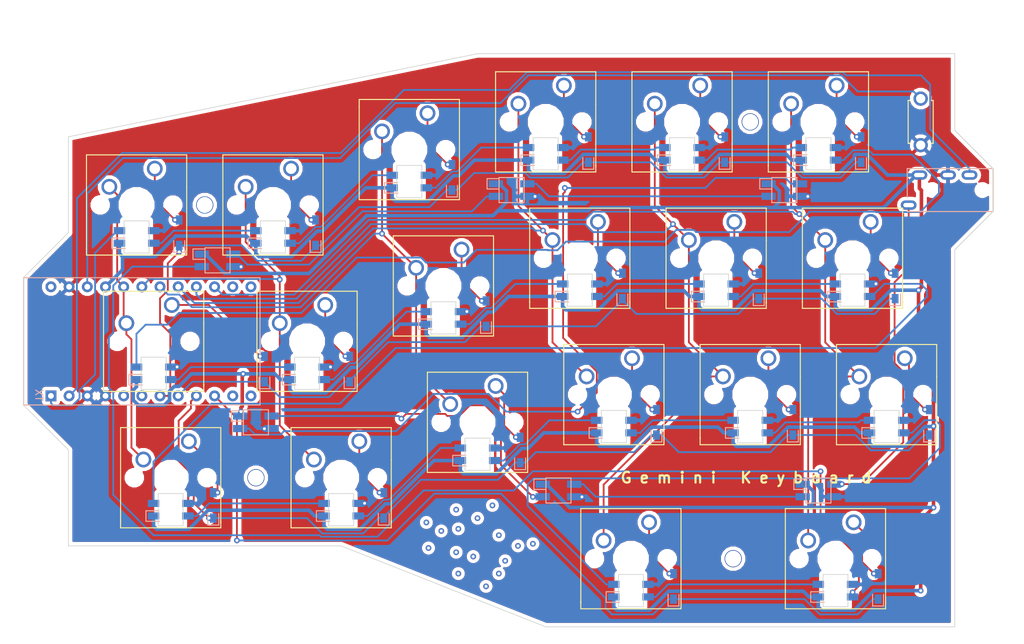
<source format=kicad_pcb>
(kicad_pcb (version 20171130) (host pcbnew "(5.0.1-3-g963ef8bb5)")
  (layers (0 F.Cu signal) (31 B.Cu signal) (34 B.Paste user) (35 F.Paste user) (36 B.SilkS user) (37 F.SilkS user) (38 B.Mask user) (39 F.Mask user) (44 Edge.Cuts user))
  (net 0 "")
  (net 1 "Net-(D1-Pad2)")
  (net 2 row0)
  (net 3 "Net-(D2-Pad2)")
  (net 4 row1)
  (net 5 "Net-(D3-Pad2)")
  (net 6 row2)
  (net 7 "Net-(D4-Pad2)")
  (net 8 "Net-(D5-Pad2)")
  (net 9 "Net-(D6-Pad2)")
  (net 10 "Net-(D7-Pad2)")
  (net 11 "Net-(D8-Pad2)")
  (net 12 "Net-(D9-Pad2)")
  (net 13 "Net-(D10-Pad2)")
  (net 14 "Net-(D11-Pad2)")
  (net 15 "Net-(D12-Pad2)")
  (net 16 "Net-(D14-Pad2)")
  (net 17 "Net-(D15-Pad2)")
  (net 18 "Net-(D16-Pad2)")
  (net 19 "Net-(D17-Pad2)")
  (net 20 "Net-(D18-Pad2)")
  (net 21 VCC)
  (net 22 data)
  (net 23 GND)
  (net 24 reset)
  (net 25 col0)
  (net 26 col1)
  (net 27 col2)
  (net 28 col3)
  (net 29 col4)
  (net 30 col5)
  (net 31 "Net-(U1-Pad11)")
  (net 32 "Net-(U1-Pad12)")
  (net 33 "Net-(U1-Pad13)")
  (net 34 "Net-(U1-Pad24)")
  (net 35 "Net-(D19-Pad2)")
  (net 36 "Net-(U1-Pad5)")
  (net 37 "Net-(U1-Pad6)")
  (net 38 row3)
  (net 39 "Net-(D20-Pad2)")
  (net 40 "Net-(D21-Pad2)")
  (net 41 led)
  (net 42 "Net-(L1-Pad1)")
  (net 43 "Net-(L2-Pad1)")
  (net 44 "Net-(L18-Pad1)")
  (net 45 "Net-(L19-Pad1)")
  (net 46 "Net-(L3-Pad1)")
  (net 47 "Net-(L4-Pad1)")
  (net 48 "Net-(L5-Pad1)")
  (net 49 "Net-(L6-Pad1)")
  (net 50 "Net-(L10-Pad3)")
  (net 51 "Net-(L11-Pad3)")
  (net 52 "Net-(L12-Pad3)")
  (net 53 "Net-(L10-Pad1)")
  (net 54 "Net-(L11-Pad1)")
  (net 55 "Net-(L12-Pad1)")
  (net 56 "Net-(L14-Pad1)")
  (net 57 "Net-(L15-Pad1)")
  (net 58 "Net-(L16-Pad1)")
  (net 59 "Net-(L17-Pad1)")
  (net 60 underglow)
  (net 61 "Net-(L22-Pad1)")
  (net 62 "Net-(L23-Pad1)")
  (net 63 "Net-(L24-Pad1)")
  (net 64 "Net-(L25-Pad1)")
  (net 65 "Net-(L26-Pad1)")
  (net 66 "Net-(U1-Pad14)")
  (net 67 "Net-(L17-Pad3)")
  (net 68 ledout)
  (module phi-kbd-library:SK6812MINI-irreversible (layer B.Cu) (at 70.281856 62.43648 180)
    (fp_text reference L7 hide)
    (fp_text value SK6812MINI hide)
    (pad 1 smd rect (at -2.4 -0.875 180) (size 1.6 1) (layers B.Cu B.Paste B.Mask) (net 50 "Net-(L10-Pad3)"))
    (pad 2 smd rect (at -2.4 0.875 180) (size 1.6 1) (layers B.Cu B.Paste B.Mask) (net 23 GND))
    (pad 3 smd rect (at 2.4 0.875 180) (size 1.6 1) (layers B.Cu B.Paste B.Mask) (net 47 "Net-(L4-Pad1)"))
    (pad 4 smd rect (at 2.4 -0.875 180) (size 1.6 1) (layers B.Cu B.Paste B.Mask) (net 21 VCC))
  )
  (module phi-kbd-library:MX_1.00u-irreversible (layer F.Cu) (at 70.281856 57.97161)
    (fp_text reference SW8)
    (fp_text value SW_PUSH hide)
    (pad "" np_thru_hole circle (at 5.08 0) (size 1.7 1.7) (drill 1.7) (layers *.Cu *.Mask))
    (pad "" np_thru_hole circle (at -5.08 0) (size 1.7 1.7) (drill 1.7) (layers *.Cu *.Mask))
    (pad "" np_thru_hole circle (at 0 0) (size 4 4) (drill 4) (layers *.Cu *.Mask))
    (pad 1 thru_hole circle (at -3.81 -2.54) (size 2.2 2.2) (drill 1.5) (layers *.Cu *.Mask) (net 27 col2))
    (pad 2 thru_hole circle (at 2.54 -5.08) (size 2.2 2.2) (drill 1.5) (layers *.Cu *.Mask) (net 10 "Net-(D7-Pad2)"))
  )
  (module phi-kbd-library:MX_1.00u-irreversible (layer F.Cu) (at 55.994272 84.76083)
    (fp_text reference SW6)
    (fp_text value SW_PUSH hide)
    (pad "" np_thru_hole circle (at 5.08 0) (size 1.7 1.7) (drill 1.7) (layers *.Cu *.Mask))
    (pad "" np_thru_hole circle (at -5.08 0) (size 1.7 1.7) (drill 1.7) (layers *.Cu *.Mask))
    (pad "" np_thru_hole circle (at 0 0) (size 4 4) (drill 4) (layers *.Cu *.Mask))
    (pad 1 thru_hole circle (at -3.81 -2.54) (size 2.2 2.2) (drill 1.5) (layers *.Cu *.Mask) (net 26 col1))
    (pad 2 thru_hole circle (at 2.54 -5.08) (size 2.2 2.2) (drill 1.5) (layers *.Cu *.Mask) (net 8 "Net-(D5-Pad2)"))
  )
  (module phi-kbd-library:D_SMD-irreversible (layer F.Cu) (at 38.134792 69.580272 90)
    (fp_text reference D1 hide)
    (fp_text value D hide)
    (pad 2 smd rect (at 1.775 0 90) (size 1.3 0.95) (layers B.Cu B.Paste B.Mask) (net 1 "Net-(D1-Pad2)"))
    (pad 1 smd rect (at -1.775 0 90) (size 1.3 0.95) (layers B.Cu B.Paste B.Mask) (net 2 row0))
  )
  (module phi-kbd-library:D_SMD-irreversible (layer F.Cu) (at 50.041112 88.630384 90)
    (fp_text reference D2 hide)
    (fp_text value D hide)
    (pad 2 smd rect (at 1.775 0 90) (size 1.3 0.95) (layers B.Cu B.Paste B.Mask) (net 3 "Net-(D2-Pad2)"))
    (pad 1 smd rect (at -1.775 0 90) (size 1.3 0.95) (layers B.Cu B.Paste B.Mask) (net 4 row1))
  )
  (module phi-kbd-library:D_SMD-irreversible (layer F.Cu) (at 42.89732 107.680496 90)
    (fp_text reference D3 hide)
    (fp_text value D hide)
    (pad 2 smd rect (at 1.775 0 90) (size 1.3 0.95) (layers B.Cu B.Paste B.Mask) (net 5 "Net-(D3-Pad2)"))
    (pad 1 smd rect (at -1.775 0 90) (size 1.3 0.95) (layers B.Cu B.Paste B.Mask) (net 6 row2))
  )
  (module phi-kbd-library:D_SMD-irreversible (layer F.Cu) (at 57.184904 69.580272 90)
    (fp_text reference D4 hide)
    (fp_text value D hide)
    (pad 1 smd rect (at -1.775 0 90) (size 1.3 0.95) (layers B.Cu B.Paste B.Mask) (net 2 row0))
    (pad 2 smd rect (at 1.775 0 90) (size 1.3 0.95) (layers B.Cu B.Paste B.Mask) (net 7 "Net-(D4-Pad2)"))
  )
  (module phi-kbd-library:D_SMD-irreversible (layer F.Cu) (at 61.947432 88.630384 90)
    (fp_text reference D5 hide)
    (fp_text value D hide)
    (pad 1 smd rect (at -1.775 0 90) (size 1.3 0.95) (layers B.Cu B.Paste B.Mask) (net 4 row1))
    (pad 2 smd rect (at 1.775 0 90) (size 1.3 0.95) (layers B.Cu B.Paste B.Mask) (net 8 "Net-(D5-Pad2)"))
  )
  (module phi-kbd-library:D_SMD-irreversible (layer F.Cu) (at 66.70996 107.680496 90)
    (fp_text reference D6 hide)
    (fp_text value D hide)
    (pad 2 smd rect (at 1.775 0 90) (size 1.3 0.95) (layers B.Cu B.Paste B.Mask) (net 9 "Net-(D6-Pad2)"))
    (pad 1 smd rect (at -1.775 0 90) (size 1.3 0.95) (layers B.Cu B.Paste B.Mask) (net 6 row2))
  )
  (module phi-kbd-library:D_SMD-irreversible (layer F.Cu) (at 76.235016 61.841164 90)
    (fp_text reference D7 hide)
    (fp_text value D hide)
    (pad 2 smd rect (at 1.775 0 90) (size 1.3 0.95) (layers B.Cu B.Paste B.Mask) (net 10 "Net-(D7-Pad2)"))
    (pad 1 smd rect (at -1.775 0 90) (size 1.3 0.95) (layers B.Cu B.Paste B.Mask) (net 2 row0))
  )
  (module phi-kbd-library:D_SMD-irreversible (layer F.Cu) (at 80.997544 80.891276 90)
    (fp_text reference D8 hide)
    (fp_text value D hide)
    (pad 2 smd rect (at 1.775 0 90) (size 1.3 0.95) (layers B.Cu B.Paste B.Mask) (net 11 "Net-(D8-Pad2)"))
    (pad 1 smd rect (at -1.775 0 90) (size 1.3 0.95) (layers B.Cu B.Paste B.Mask) (net 4 row1))
  )
  (module phi-kbd-library:D_SMD-irreversible (layer F.Cu) (at 85.760072 99.941388 90)
    (fp_text reference D9 hide)
    (fp_text value D hide)
    (pad 1 smd rect (at -1.775 0 90) (size 1.3 0.95) (layers B.Cu B.Paste B.Mask) (net 6 row2))
    (pad 2 smd rect (at 1.775 0 90) (size 1.3 0.95) (layers B.Cu B.Paste B.Mask) (net 12 "Net-(D9-Pad2)"))
  )
  (module phi-kbd-library:D_SMD-irreversible (layer F.Cu) (at 95.285128 57.97161 90)
    (fp_text reference D10 hide)
    (fp_text value D hide)
    (pad 1 smd rect (at -1.775 0 90) (size 1.3 0.95) (layers B.Cu B.Paste B.Mask) (net 2 row0))
    (pad 2 smd rect (at 1.775 0 90) (size 1.3 0.95) (layers B.Cu B.Paste B.Mask) (net 13 "Net-(D10-Pad2)"))
  )
  (module phi-kbd-library:D_SMD-irreversible (layer F.Cu) (at 100.047656 77.021722 90)
    (fp_text reference D11 hide)
    (fp_text value D hide)
    (pad 2 smd rect (at 1.775 0 90) (size 1.3 0.95) (layers B.Cu B.Paste B.Mask) (net 14 "Net-(D11-Pad2)"))
    (pad 1 smd rect (at -1.775 0 90) (size 1.3 0.95) (layers B.Cu B.Paste B.Mask) (net 4 row1))
  )
  (module phi-kbd-library:D_SMD-irreversible (layer F.Cu) (at 104.810184 96.071834 90)
    (fp_text reference D12 hide)
    (fp_text value D hide)
    (pad 1 smd rect (at -1.775 0 90) (size 1.3 0.95) (layers B.Cu B.Paste B.Mask) (net 6 row2))
    (pad 2 smd rect (at 1.775 0 90) (size 1.3 0.95) (layers B.Cu B.Paste B.Mask) (net 15 "Net-(D12-Pad2)"))
  )
  (module phi-kbd-library:D_SMD-irreversible (layer F.Cu) (at 114.33524 57.97161 90)
    (fp_text reference D14 hide)
    (fp_text value D hide)
    (pad 2 smd rect (at 1.775 0 90) (size 1.3 0.95) (layers B.Cu B.Paste B.Mask) (net 16 "Net-(D14-Pad2)"))
    (pad 1 smd rect (at -1.775 0 90) (size 1.3 0.95) (layers B.Cu B.Paste B.Mask) (net 2 row0))
  )
  (module phi-kbd-library:D_SMD-irreversible (layer F.Cu) (at 119.097768 77.021722 90)
    (fp_text reference D15 hide)
    (fp_text value D hide)
    (pad 2 smd rect (at 1.775 0 90) (size 1.3 0.95) (layers B.Cu B.Paste B.Mask) (net 17 "Net-(D15-Pad2)"))
    (pad 1 smd rect (at -1.775 0 90) (size 1.3 0.95) (layers B.Cu B.Paste B.Mask) (net 4 row1))
  )
  (module phi-kbd-library:D_SMD-irreversible (layer F.Cu) (at 123.860296 96.071834 90)
    (fp_text reference D16 hide)
    (fp_text value D hide)
    (pad 2 smd rect (at 1.775 0 90) (size 1.3 0.95) (layers B.Cu B.Paste B.Mask) (net 18 "Net-(D16-Pad2)"))
    (pad 1 smd rect (at -1.775 0 90) (size 1.3 0.95) (layers B.Cu B.Paste B.Mask) (net 6 row2))
  )
  (module phi-kbd-library:D_SMD-irreversible (layer F.Cu) (at 107.191448 118.9915 90)
    (fp_text reference D17 hide)
    (fp_text value D hide)
    (pad 2 smd rect (at 1.775 0 90) (size 1.3 0.95) (layers B.Cu B.Paste B.Mask) (net 19 "Net-(D17-Pad2)"))
    (pad 1 smd rect (at -1.775 0 90) (size 1.3 0.95) (layers B.Cu B.Paste B.Mask) (net 38 row3))
  )
  (module phi-kbd-library:D_SMD-irreversible (layer F.Cu) (at 133.385352 57.97161 90)
    (fp_text reference D18 hide)
    (fp_text value D hide)
    (pad 1 smd rect (at -1.775 0 90) (size 1.3 0.95) (layers B.Cu B.Paste B.Mask) (net 2 row0))
    (pad 2 smd rect (at 1.775 0 90) (size 1.3 0.95) (layers B.Cu B.Paste B.Mask) (net 20 "Net-(D18-Pad2)"))
  )
  (module phi-kbd-library:D_SMD-irreversible (layer F.Cu) (at 138.14788 77.021722 90)
    (fp_text reference D19 hide)
    (fp_text value D hide)
    (pad 1 smd rect (at -1.775 0 90) (size 1.3 0.95) (layers B.Cu B.Paste B.Mask) (net 4 row1))
    (pad 2 smd rect (at 1.775 0 90) (size 1.3 0.95) (layers B.Cu B.Paste B.Mask) (net 35 "Net-(D19-Pad2)"))
  )
  (module phi-kbd-library:D_SMD-irreversible (layer F.Cu) (at 142.910408 96.071834 90)
    (fp_text reference D20 hide)
    (fp_text value D hide)
    (pad 1 smd rect (at -1.775 0 90) (size 1.3 0.95) (layers B.Cu B.Paste B.Mask) (net 6 row2))
    (pad 2 smd rect (at 1.775 0 90) (size 1.3 0.95) (layers B.Cu B.Paste B.Mask) (net 39 "Net-(D20-Pad2)"))
  )
  (module phi-kbd-library:D_SMD-irreversible (layer F.Cu) (at 135.766616 118.9915 90)
    (fp_text reference D21 hide)
    (fp_text value D hide)
    (pad 1 smd rect (at -1.775 0 90) (size 1.3 0.95) (layers B.Cu B.Paste B.Mask) (net 38 row3))
    (pad 2 smd rect (at 1.775 0 90) (size 1.3 0.95) (layers B.Cu B.Paste B.Mask) (net 40 "Net-(D21-Pad2)"))
  )
  (module phi-kbd-library:MJ-4PP-9-irreversible (layer B.Cu) (at 151.840148 63.627112 180)
    (fp_text reference J1)
    (fp_text value MJ-4PP-9)
    (pad "" np_thru_hole circle (at 1.5 0 180) (size 1.2 1.2) (drill 1.2) (layers *.Cu *.Mask))
    (pad "" np_thru_hole circle (at 8.5 0 180) (size 1.2 1.2) (drill 1.2) (layers *.Cu *.Mask))
    (pad B thru_hole oval (at 3.3 2.1 180) (size 2.2 1.3) (drill oval 1.5 0.6) (layers *.Cu *.Mask) (net 22 data))
    (pad C thru_hole oval (at 6.3 2.1 180) (size 2.2 1.3) (drill oval 1.5 0.6) (layers *.Cu *.Mask) (net 23 GND))
    (pad D thru_hole oval (at 10.3 2.1 180) (size 2.2 1.3) (drill oval 1.5 0.6) (layers *.Cu *.Mask) (net 21 VCC))
    (pad A thru_hole oval (at 11.8 -2.1 180) (size 2.2 1.3) (drill oval 1.5 0.6) (layers *.Cu *.Mask) (net 68 ledout))
  )
  (module phi-kbd-library:SK6812MINI-irreversible (layer B.Cu) (at 32.181632 70.175588 180)
    (fp_text reference L1 hide)
    (fp_text value SK6812MINI hide)
    (pad 1 smd rect (at -2.4 -0.875 180) (size 1.6 1) (layers B.Cu B.Paste B.Mask) (net 42 "Net-(L1-Pad1)"))
    (pad 2 smd rect (at -2.4 0.875 180) (size 1.6 1) (layers B.Cu B.Paste B.Mask) (net 23 GND))
    (pad 3 smd rect (at 2.4 0.875 180) (size 1.6 1) (layers B.Cu B.Paste B.Mask) (net 41 led))
    (pad 4 smd rect (at 2.4 -0.875 180) (size 1.6 1) (layers B.Cu B.Paste B.Mask) (net 21 VCC))
  )
  (module phi-kbd-library:SK6812MINI-irreversible (layer B.Cu) (at 34.562896 89.2257 180)
    (fp_text reference L2 hide)
    (fp_text value SK6812MINI hide)
    (pad 1 smd rect (at -2.4 -0.875 180) (size 1.6 1) (layers B.Cu B.Paste B.Mask) (net 43 "Net-(L2-Pad1)"))
    (pad 2 smd rect (at -2.4 0.875 180) (size 1.6 1) (layers B.Cu B.Paste B.Mask) (net 23 GND))
    (pad 3 smd rect (at 2.4 0.875 180) (size 1.6 1) (layers B.Cu B.Paste B.Mask) (net 44 "Net-(L18-Pad1)"))
    (pad 4 smd rect (at 2.4 -0.875 180) (size 1.6 1) (layers B.Cu B.Paste B.Mask) (net 21 VCC))
  )
  (module phi-kbd-library:SK6812MINI-irreversible (layer B.Cu) (at 36.94416 108.275812 180)
    (fp_text reference L3 hide)
    (fp_text value SK6812MINI hide)
    (pad 4 smd rect (at 2.4 -0.875 180) (size 1.6 1) (layers B.Cu B.Paste B.Mask) (net 21 VCC))
    (pad 3 smd rect (at 2.4 0.875 180) (size 1.6 1) (layers B.Cu B.Paste B.Mask) (net 45 "Net-(L19-Pad1)"))
    (pad 2 smd rect (at -2.4 0.875 180) (size 1.6 1) (layers B.Cu B.Paste B.Mask) (net 23 GND))
    (pad 1 smd rect (at -2.4 -0.875 180) (size 1.6 1) (layers B.Cu B.Paste B.Mask) (net 46 "Net-(L3-Pad1)"))
  )
  (module phi-kbd-library:SK6812MINI-irreversible (layer B.Cu) (at 51.231744 70.175588 180)
    (fp_text reference L4 hide)
    (fp_text value SK6812MINI hide)
    (pad 1 smd rect (at -2.4 -0.875 180) (size 1.6 1) (layers B.Cu B.Paste B.Mask) (net 47 "Net-(L4-Pad1)"))
    (pad 2 smd rect (at -2.4 0.875 180) (size 1.6 1) (layers B.Cu B.Paste B.Mask) (net 23 GND))
    (pad 3 smd rect (at 2.4 0.875 180) (size 1.6 1) (layers B.Cu B.Paste B.Mask) (net 42 "Net-(L1-Pad1)"))
    (pad 4 smd rect (at 2.4 -0.875 180) (size 1.6 1) (layers B.Cu B.Paste B.Mask) (net 21 VCC))
  )
  (module phi-kbd-library:SK6812MINI-irreversible (layer B.Cu) (at 55.994272 89.2257 180)
    (fp_text reference L5 hide)
    (fp_text value SK6812MINI hide)
    (pad 4 smd rect (at 2.4 -0.875 180) (size 1.6 1) (layers B.Cu B.Paste B.Mask) (net 21 VCC))
    (pad 3 smd rect (at 2.4 0.875 180) (size 1.6 1) (layers B.Cu B.Paste B.Mask) (net 43 "Net-(L2-Pad1)"))
    (pad 2 smd rect (at -2.4 0.875 180) (size 1.6 1) (layers B.Cu B.Paste B.Mask) (net 23 GND))
    (pad 1 smd rect (at -2.4 -0.875 180) (size 1.6 1) (layers B.Cu B.Paste B.Mask) (net 48 "Net-(L5-Pad1)"))
  )
  (module phi-kbd-library:SK6812MINI-irreversible (layer B.Cu) (at 60.7568 108.275812 180)
    (fp_text reference L6 hide)
    (fp_text value SK6812MINI hide)
    (pad 1 smd rect (at -2.4 -0.875 180) (size 1.6 1) (layers B.Cu B.Paste B.Mask) (net 49 "Net-(L6-Pad1)"))
    (pad 2 smd rect (at -2.4 0.875 180) (size 1.6 1) (layers B.Cu B.Paste B.Mask) (net 23 GND))
    (pad 3 smd rect (at 2.4 0.875 180) (size 1.6 1) (layers B.Cu B.Paste B.Mask) (net 46 "Net-(L3-Pad1)"))
    (pad 4 smd rect (at 2.4 -0.875 180) (size 1.6 1) (layers B.Cu B.Paste B.Mask) (net 21 VCC))
  )
  (module phi-kbd-library:SK6812MINI-irreversible (layer B.Cu) (at 75.044384 81.486592 180)
    (fp_text reference L8 hide)
    (fp_text value SK6812MINI hide)
    (pad 1 smd rect (at -2.4 -0.875 180) (size 1.6 1) (layers B.Cu B.Paste B.Mask) (net 51 "Net-(L11-Pad3)"))
    (pad 2 smd rect (at -2.4 0.875 180) (size 1.6 1) (layers B.Cu B.Paste B.Mask) (net 23 GND))
    (pad 3 smd rect (at 2.4 0.875 180) (size 1.6 1) (layers B.Cu B.Paste B.Mask) (net 48 "Net-(L5-Pad1)"))
    (pad 4 smd rect (at 2.4 -0.875 180) (size 1.6 1) (layers B.Cu B.Paste B.Mask) (net 21 VCC))
  )
  (module phi-kbd-library:SK6812MINI-irreversible (layer B.Cu) (at 79.806912 100.536704 180)
    (fp_text reference L9 hide)
    (fp_text value SK6812MINI hide)
    (pad 4 smd rect (at 2.4 -0.875 180) (size 1.6 1) (layers B.Cu B.Paste B.Mask) (net 21 VCC))
    (pad 3 smd rect (at 2.4 0.875 180) (size 1.6 1) (layers B.Cu B.Paste B.Mask) (net 49 "Net-(L6-Pad1)"))
    (pad 2 smd rect (at -2.4 0.875 180) (size 1.6 1) (layers B.Cu B.Paste B.Mask) (net 23 GND))
    (pad 1 smd rect (at -2.4 -0.875 180) (size 1.6 1) (layers B.Cu B.Paste B.Mask) (net 52 "Net-(L12-Pad3)"))
  )
  (module phi-kbd-library:SK6812MINI-irreversible (layer B.Cu) (at 89.331968 58.566926 180)
    (fp_text reference L10 hide)
    (fp_text value SK6812MINI hide)
    (pad 1 smd rect (at -2.4 -0.875 180) (size 1.6 1) (layers B.Cu B.Paste B.Mask) (net 53 "Net-(L10-Pad1)"))
    (pad 2 smd rect (at -2.4 0.875 180) (size 1.6 1) (layers B.Cu B.Paste B.Mask) (net 23 GND))
    (pad 3 smd rect (at 2.4 0.875 180) (size 1.6 1) (layers B.Cu B.Paste B.Mask) (net 50 "Net-(L10-Pad3)"))
    (pad 4 smd rect (at 2.4 -0.875 180) (size 1.6 1) (layers B.Cu B.Paste B.Mask) (net 21 VCC))
  )
  (module phi-kbd-library:SK6812MINI-irreversible (layer B.Cu) (at 94.094496 77.617038 180)
    (fp_text reference L11 hide)
    (fp_text value SK6812MINI hide)
    (pad 4 smd rect (at 2.4 -0.875 180) (size 1.6 1) (layers B.Cu B.Paste B.Mask) (net 21 VCC))
    (pad 3 smd rect (at 2.4 0.875 180) (size 1.6 1) (layers B.Cu B.Paste B.Mask) (net 51 "Net-(L11-Pad3)"))
    (pad 2 smd rect (at -2.4 0.875 180) (size 1.6 1) (layers B.Cu B.Paste B.Mask) (net 23 GND))
    (pad 1 smd rect (at -2.4 -0.875 180) (size 1.6 1) (layers B.Cu B.Paste B.Mask) (net 54 "Net-(L11-Pad1)"))
  )
  (module phi-kbd-library:SK6812MINI-irreversible (layer B.Cu) (at 98.857024 96.66715 180)
    (fp_text reference L12 hide)
    (fp_text value SK6812MINI hide)
    (pad 1 smd rect (at -2.4 -0.875 180) (size 1.6 1) (layers B.Cu B.Paste B.Mask) (net 55 "Net-(L12-Pad1)"))
    (pad 2 smd rect (at -2.4 0.875 180) (size 1.6 1) (layers B.Cu B.Paste B.Mask) (net 23 GND))
    (pad 3 smd rect (at 2.4 0.875 180) (size 1.6 1) (layers B.Cu B.Paste B.Mask) (net 52 "Net-(L12-Pad3)"))
    (pad 4 smd rect (at 2.4 -0.875 180) (size 1.6 1) (layers B.Cu B.Paste B.Mask) (net 21 VCC))
  )
  (module phi-kbd-library:SK6812MINI-irreversible (layer B.Cu) (at 108.38208 58.566926 180)
    (fp_text reference L14 hide)
    (fp_text value SK6812MINI hide)
    (pad 4 smd rect (at 2.4 -0.875 180) (size 1.6 1) (layers B.Cu B.Paste B.Mask) (net 21 VCC))
    (pad 3 smd rect (at 2.4 0.875 180) (size 1.6 1) (layers B.Cu B.Paste B.Mask) (net 53 "Net-(L10-Pad1)"))
    (pad 2 smd rect (at -2.4 0.875 180) (size 1.6 1) (layers B.Cu B.Paste B.Mask) (net 23 GND))
    (pad 1 smd rect (at -2.4 -0.875 180) (size 1.6 1) (layers B.Cu B.Paste B.Mask) (net 56 "Net-(L14-Pad1)"))
  )
  (module phi-kbd-library:SK6812MINI-irreversible (layer B.Cu) (at 113.144608 77.617038 180)
    (fp_text reference L15 hide)
    (fp_text value SK6812MINI hide)
    (pad 1 smd rect (at -2.4 -0.875 180) (size 1.6 1) (layers B.Cu B.Paste B.Mask) (net 57 "Net-(L15-Pad1)"))
    (pad 2 smd rect (at -2.4 0.875 180) (size 1.6 1) (layers B.Cu B.Paste B.Mask) (net 23 GND))
    (pad 3 smd rect (at 2.4 0.875 180) (size 1.6 1) (layers B.Cu B.Paste B.Mask) (net 54 "Net-(L11-Pad1)"))
    (pad 4 smd rect (at 2.4 -0.875 180) (size 1.6 1) (layers B.Cu B.Paste B.Mask) (net 21 VCC))
  )
  (module phi-kbd-library:SK6812MINI-irreversible (layer B.Cu) (at 117.907136 96.66715 180)
    (fp_text reference L16 hide)
    (fp_text value SK6812MINI hide)
    (pad 4 smd rect (at 2.4 -0.875 180) (size 1.6 1) (layers B.Cu B.Paste B.Mask) (net 21 VCC))
    (pad 3 smd rect (at 2.4 0.875 180) (size 1.6 1) (layers B.Cu B.Paste B.Mask) (net 55 "Net-(L12-Pad1)"))
    (pad 2 smd rect (at -2.4 0.875 180) (size 1.6 1) (layers B.Cu B.Paste B.Mask) (net 23 GND))
    (pad 1 smd rect (at -2.4 -0.875 180) (size 1.6 1) (layers B.Cu B.Paste B.Mask) (net 58 "Net-(L16-Pad1)"))
  )
  (module phi-kbd-library:SK6812MINI-irreversible (layer B.Cu) (at 101.238288 119.586816 180)
    (fp_text reference L17 hide)
    (fp_text value SK6812MINI hide)
    (pad 1 smd rect (at -2.4 -0.875 180) (size 1.6 1) (layers B.Cu B.Paste B.Mask) (net 59 "Net-(L17-Pad1)"))
    (pad 2 smd rect (at -2.4 0.875 180) (size 1.6 1) (layers B.Cu B.Paste B.Mask) (net 23 GND))
    (pad 3 smd rect (at 2.4 0.875 180) (size 1.6 1) (layers B.Cu B.Paste B.Mask) (net 67 "Net-(L17-Pad3)"))
    (pad 4 smd rect (at 2.4 -0.875 180) (size 1.6 1) (layers B.Cu B.Paste B.Mask) (net 21 VCC))
  )
  (module phi-kbd-library:SK6812MINI-irreversible (layer B.Cu) (at 127.432192 58.566926 180)
    (fp_text reference L18 hide)
    (fp_text value SK6812MINI hide)
    (pad 1 smd rect (at -2.4 -0.875 180) (size 1.6 1) (layers B.Cu B.Paste B.Mask) (net 44 "Net-(L18-Pad1)"))
    (pad 2 smd rect (at -2.4 0.875 180) (size 1.6 1) (layers B.Cu B.Paste B.Mask) (net 23 GND))
    (pad 3 smd rect (at 2.4 0.875 180) (size 1.6 1) (layers B.Cu B.Paste B.Mask) (net 56 "Net-(L14-Pad1)"))
    (pad 4 smd rect (at 2.4 -0.875 180) (size 1.6 1) (layers B.Cu B.Paste B.Mask) (net 21 VCC))
  )
  (module phi-kbd-library:SK6812MINI-irreversible (layer B.Cu) (at 132.19472 77.617038 180)
    (fp_text reference L19 hide)
    (fp_text value SK6812MINI hide)
    (pad 4 smd rect (at 2.4 -0.875 180) (size 1.6 1) (layers B.Cu B.Paste B.Mask) (net 21 VCC))
    (pad 3 smd rect (at 2.4 0.875 180) (size 1.6 1) (layers B.Cu B.Paste B.Mask) (net 57 "Net-(L15-Pad1)"))
    (pad 2 smd rect (at -2.4 0.875 180) (size 1.6 1) (layers B.Cu B.Paste B.Mask) (net 23 GND))
    (pad 1 smd rect (at -2.4 -0.875 180) (size 1.6 1) (layers B.Cu B.Paste B.Mask) (net 45 "Net-(L19-Pad1)"))
  )
  (module phi-kbd-library:SK6812MINI-irreversible (layer B.Cu) (at 136.957248 96.66715 180)
    (fp_text reference L20 hide)
    (fp_text value SK6812MINI hide)
    (pad 1 smd rect (at -2.4 -0.875 180) (size 1.6 1) (layers B.Cu B.Paste B.Mask) (net 67 "Net-(L17-Pad3)"))
    (pad 2 smd rect (at -2.4 0.875 180) (size 1.6 1) (layers B.Cu B.Paste B.Mask) (net 23 GND))
    (pad 3 smd rect (at 2.4 0.875 180) (size 1.6 1) (layers B.Cu B.Paste B.Mask) (net 58 "Net-(L16-Pad1)"))
    (pad 4 smd rect (at 2.4 -0.875 180) (size 1.6 1) (layers B.Cu B.Paste B.Mask) (net 21 VCC))
  )
  (module phi-kbd-library:SK6812MINI-irreversible (layer B.Cu) (at 129.813456 119.586816 180)
    (fp_text reference L21 hide)
    (fp_text value SK6812MINI hide)
    (pad 4 smd rect (at 2.4 -0.875 180) (size 1.6 1) (layers B.Cu B.Paste B.Mask) (net 21 VCC))
    (pad 3 smd rect (at 2.4 0.875 180) (size 1.6 1) (layers B.Cu B.Paste B.Mask) (net 59 "Net-(L17-Pad1)"))
    (pad 2 smd rect (at -2.4 0.875 180) (size 1.6 1) (layers B.Cu B.Paste B.Mask) (net 23 GND))
    (pad 1 smd rect (at -2.4 -0.875 180) (size 1.6 1) (layers B.Cu B.Paste B.Mask) (net 60 underglow))
  )
  (module phi-kbd-library:SK6812MINI-underglow-irreversible (layer B.Cu) (at 43.492636 73.449826 180)
    (fp_text reference L22 hide)
    (fp_text value SK6812MINI hide)
    (pad 4 smd rect (at 2.2 0.875 180) (size 2 1) (layers B.Cu B.Paste B.Mask) (net 21 VCC))
    (pad 3 smd rect (at 2.2 -0.875 180) (size 2 1) (layers B.Cu B.Paste B.Mask) (net 60 underglow))
    (pad 1 smd rect (at -2.2 0.875 180) (size 2 1) (layers B.Cu B.Paste B.Mask) (net 61 "Net-(L22-Pad1)"))
    (pad 2 smd rect (at -2.2 -0.875 180) (size 2 1) (layers B.Cu B.Paste B.Mask) (net 23 GND))
  )
  (module phi-kbd-library:SK6812MINI-underglow-irreversible (layer B.Cu) (at 84.56944 63.627112 180)
    (fp_text reference L23 hide)
    (fp_text value SK6812MINI hide)
    (pad 2 smd rect (at -2.2 -0.875 180) (size 2 1) (layers B.Cu B.Paste B.Mask) (net 23 GND))
    (pad 1 smd rect (at -2.2 0.875 180) (size 2 1) (layers B.Cu B.Paste B.Mask) (net 62 "Net-(L23-Pad1)"))
    (pad 3 smd rect (at 2.2 -0.875 180) (size 2 1) (layers B.Cu B.Paste B.Mask) (net 61 "Net-(L22-Pad1)"))
    (pad 4 smd rect (at 2.2 0.875 180) (size 2 1) (layers B.Cu B.Paste B.Mask) (net 21 VCC))
  )
  (module phi-kbd-library:SK6812MINI-underglow-irreversible (layer B.Cu) (at 122.669664 63.627112 180)
    (fp_text reference L24 hide)
    (fp_text value SK6812MINI hide)
    (pad 4 smd rect (at 2.2 0.875 180) (size 2 1) (layers B.Cu B.Paste B.Mask) (net 21 VCC))
    (pad 3 smd rect (at 2.2 -0.875 180) (size 2 1) (layers B.Cu B.Paste B.Mask) (net 62 "Net-(L23-Pad1)"))
    (pad 1 smd rect (at -2.2 0.875 180) (size 2 1) (layers B.Cu B.Paste B.Mask) (net 63 "Net-(L24-Pad1)"))
    (pad 2 smd rect (at -2.2 -0.875 180) (size 2 1) (layers B.Cu B.Paste B.Mask) (net 23 GND))
  )
  (module phi-kbd-library:SK6812MINI-underglow-irreversible (layer B.Cu) (at 48.85048 96.071834 180)
    (fp_text reference L25 hide)
    (fp_text value SK6812MINI hide)
    (pad 2 smd rect (at -2.2 -0.875 180) (size 2 1) (layers B.Cu B.Paste B.Mask) (net 23 GND))
    (pad 1 smd rect (at -2.2 0.875 180) (size 2 1) (layers B.Cu B.Paste B.Mask) (net 64 "Net-(L25-Pad1)"))
    (pad 3 smd rect (at 2.2 -0.875 180) (size 2 1) (layers B.Cu B.Paste B.Mask) (net 63 "Net-(L24-Pad1)"))
    (pad 4 smd rect (at 2.2 0.875 180) (size 2 1) (layers B.Cu B.Paste B.Mask) (net 21 VCC))
  )
  (module phi-kbd-library:SK6812MINI-underglow-irreversible (layer B.Cu) (at 91.117916 105.59689 180)
    (fp_text reference L26 hide)
    (fp_text value SK6812MINI hide)
    (pad 4 smd rect (at 2.2 0.875 180) (size 2 1) (layers B.Cu B.Paste B.Mask) (net 21 VCC))
    (pad 3 smd rect (at 2.2 -0.875 180) (size 2 1) (layers B.Cu B.Paste B.Mask) (net 64 "Net-(L25-Pad1)"))
    (pad 1 smd rect (at -2.2 0.875 180) (size 2 1) (layers B.Cu B.Paste B.Mask) (net 65 "Net-(L26-Pad1)"))
    (pad 2 smd rect (at -2.2 -0.875 180) (size 2 1) (layers B.Cu B.Paste B.Mask) (net 23 GND))
  )
  (module phi-kbd-library:SK6812MINI-underglow-irreversible (layer B.Cu) (at 127.432192 105.59689 180)
    (fp_text reference L27 hide)
    (fp_text value SK6812MINI hide)
    (pad 2 smd rect (at -2.2 -0.875 180) (size 2 1) (layers B.Cu B.Paste B.Mask) (net 23 GND))
    (pad 1 smd rect (at -2.2 0.875 180) (size 2 1) (layers B.Cu B.Paste B.Mask) (net 68 ledout))
    (pad 3 smd rect (at 2.2 -0.875 180) (size 2 1) (layers B.Cu B.Paste B.Mask) (net 65 "Net-(L26-Pad1)"))
    (pad 4 smd rect (at 2.2 0.875 180) (size 2 1) (layers B.Cu B.Paste B.Mask) (net 21 VCC))
  )
  (module phi-kbd-library:ResetSW-irreversible (layer F.Cu) (at 141.719776 54.102056 270)
    (fp_text reference SW1 hide)
    (fp_text value SW_PUSH)
    (pad 2 thru_hole circle (at 3.25 0 270) (size 2 2) (drill 1.3) (layers *.Cu *.Mask) (net 23 GND))
    (pad 1 thru_hole circle (at -3.25 0 270) (size 2 2) (drill 1.3) (layers *.Cu *.Mask) (net 24 reset))
  )
  (module phi-kbd-library:MX_1.00u-irreversible (layer F.Cu) (at 32.181632 65.710718)
    (fp_text reference SW2)
    (fp_text value SW_PUSH hide)
    (pad "" np_thru_hole circle (at 5.08 0) (size 1.7 1.7) (drill 1.7) (layers *.Cu *.Mask))
    (pad "" np_thru_hole circle (at -5.08 0) (size 1.7 1.7) (drill 1.7) (layers *.Cu *.Mask))
    (pad "" np_thru_hole circle (at 0 0) (size 4 4) (drill 4) (layers *.Cu *.Mask))
    (pad 1 thru_hole circle (at -3.81 -2.54) (size 2.2 2.2) (drill 1.5) (layers *.Cu *.Mask) (net 25 col0))
    (pad 2 thru_hole circle (at 2.54 -5.08) (size 2.2 2.2) (drill 1.5) (layers *.Cu *.Mask) (net 1 "Net-(D1-Pad2)"))
  )
  (module phi-kbd-library:MX_1.25u-irreversible (layer F.Cu) (at 34.562896 84.76083)
    (fp_text reference SW3)
    (fp_text value SW_PUSH hide)
    (pad "" np_thru_hole circle (at 5.08 0) (size 1.7 1.7) (drill 1.7) (layers *.Cu *.Mask))
    (pad "" np_thru_hole circle (at -5.08 0) (size 1.7 1.7) (drill 1.7) (layers *.Cu *.Mask))
    (pad "" np_thru_hole circle (at 0 0) (size 4 4) (drill 4) (layers *.Cu *.Mask))
    (pad 1 thru_hole circle (at -3.81 -2.54) (size 2.2 2.2) (drill 1.5) (layers *.Cu *.Mask) (net 25 col0))
    (pad 2 thru_hole circle (at 2.54 -5.08) (size 2.2 2.2) (drill 1.5) (layers *.Cu *.Mask) (net 3 "Net-(D2-Pad2)"))
  )
  (module phi-kbd-library:MX_1.50u-irreversible (layer F.Cu) (at 36.94416 103.810942)
    (fp_text reference SW4)
    (fp_text value SW_PUSH hide)
    (pad "" np_thru_hole circle (at 5.08 0) (size 1.7 1.7) (drill 1.7) (layers *.Cu *.Mask))
    (pad "" np_thru_hole circle (at -5.08 0) (size 1.7 1.7) (drill 1.7) (layers *.Cu *.Mask))
    (pad "" np_thru_hole circle (at 0 0) (size 4 4) (drill 4) (layers *.Cu *.Mask))
    (pad 1 thru_hole circle (at -3.81 -2.54) (size 2.2 2.2) (drill 1.5) (layers *.Cu *.Mask) (net 25 col0))
    (pad 2 thru_hole circle (at 2.54 -5.08) (size 2.2 2.2) (drill 1.5) (layers *.Cu *.Mask) (net 5 "Net-(D3-Pad2)"))
  )
  (module phi-kbd-library:MX_1.00u-irreversible (layer F.Cu) (at 51.231744 65.710718)
    (fp_text reference SW5)
    (fp_text value SW_PUSH hide)
    (pad 2 thru_hole circle (at 2.54 -5.08) (size 2.2 2.2) (drill 1.5) (layers *.Cu *.Mask) (net 7 "Net-(D4-Pad2)"))
    (pad 1 thru_hole circle (at -3.81 -2.54) (size 2.2 2.2) (drill 1.5) (layers *.Cu *.Mask) (net 26 col1))
    (pad "" np_thru_hole circle (at 0 0) (size 4 4) (drill 4) (layers *.Cu *.Mask))
    (pad "" np_thru_hole circle (at -5.08 0) (size 1.7 1.7) (drill 1.7) (layers *.Cu *.Mask))
    (pad "" np_thru_hole circle (at 5.08 0) (size 1.7 1.7) (drill 1.7) (layers *.Cu *.Mask))
  )
  (module phi-kbd-library:MX_1.00u-irreversible (layer F.Cu) (at 60.7568 103.810942)
    (fp_text reference SW7)
    (fp_text value SW_PUSH hide)
    (pad 2 thru_hole circle (at 2.54 -5.08) (size 2.2 2.2) (drill 1.5) (layers *.Cu *.Mask) (net 9 "Net-(D6-Pad2)"))
    (pad 1 thru_hole circle (at -3.81 -2.54) (size 2.2 2.2) (drill 1.5) (layers *.Cu *.Mask) (net 26 col1))
    (pad "" np_thru_hole circle (at 0 0) (size 4 4) (drill 4) (layers *.Cu *.Mask))
    (pad "" np_thru_hole circle (at -5.08 0) (size 1.7 1.7) (drill 1.7) (layers *.Cu *.Mask))
    (pad "" np_thru_hole circle (at 5.08 0) (size 1.7 1.7) (drill 1.7) (layers *.Cu *.Mask))
  )
  (module phi-kbd-library:MX_1.00u-irreversible (layer F.Cu) (at 75.044384 77.021722)
    (fp_text reference SW9)
    (fp_text value SW_PUSH hide)
    (pad "" np_thru_hole circle (at 5.08 0) (size 1.7 1.7) (drill 1.7) (layers *.Cu *.Mask))
    (pad "" np_thru_hole circle (at -5.08 0) (size 1.7 1.7) (drill 1.7) (layers *.Cu *.Mask))
    (pad "" np_thru_hole circle (at 0 0) (size 4 4) (drill 4) (layers *.Cu *.Mask))
    (pad 1 thru_hole circle (at -3.81 -2.54) (size 2.2 2.2) (drill 1.5) (layers *.Cu *.Mask) (net 27 col2))
    (pad 2 thru_hole circle (at 2.54 -5.08) (size 2.2 2.2) (drill 1.5) (layers *.Cu *.Mask) (net 11 "Net-(D8-Pad2)"))
  )
  (module phi-kbd-library:MX_1.00u-irreversible (layer F.Cu) (at 79.806912 96.071834)
    (fp_text reference SW10)
    (fp_text value SW_PUSH hide)
    (pad "" np_thru_hole circle (at 5.08 0) (size 1.7 1.7) (drill 1.7) (layers *.Cu *.Mask))
    (pad "" np_thru_hole circle (at -5.08 0) (size 1.7 1.7) (drill 1.7) (layers *.Cu *.Mask))
    (pad "" np_thru_hole circle (at 0 0) (size 4 4) (drill 4) (layers *.Cu *.Mask))
    (pad 1 thru_hole circle (at -3.81 -2.54) (size 2.2 2.2) (drill 1.5) (layers *.Cu *.Mask) (net 27 col2))
    (pad 2 thru_hole circle (at 2.54 -5.08) (size 2.2 2.2) (drill 1.5) (layers *.Cu *.Mask) (net 12 "Net-(D9-Pad2)"))
  )
  (module phi-kbd-library:MX_1.00u-irreversible (layer F.Cu) (at 89.331968 54.102056)
    (fp_text reference SW11)
    (fp_text value SW_PUSH hide)
    (pad 2 thru_hole circle (at 2.54 -5.08) (size 2.2 2.2) (drill 1.5) (layers *.Cu *.Mask) (net 13 "Net-(D10-Pad2)"))
    (pad 1 thru_hole circle (at -3.81 -2.54) (size 2.2 2.2) (drill 1.5) (layers *.Cu *.Mask) (net 28 col3))
    (pad "" np_thru_hole circle (at 0 0) (size 4 4) (drill 4) (layers *.Cu *.Mask))
    (pad "" np_thru_hole circle (at -5.08 0) (size 1.7 1.7) (drill 1.7) (layers *.Cu *.Mask))
    (pad "" np_thru_hole circle (at 5.08 0) (size 1.7 1.7) (drill 1.7) (layers *.Cu *.Mask))
  )
  (module phi-kbd-library:MX_1.00u-irreversible (layer F.Cu) (at 94.094496 73.152168)
    (fp_text reference SW12)
    (fp_text value SW_PUSH hide)
    (pad 2 thru_hole circle (at 2.54 -5.08) (size 2.2 2.2) (drill 1.5) (layers *.Cu *.Mask) (net 14 "Net-(D11-Pad2)"))
    (pad 1 thru_hole circle (at -3.81 -2.54) (size 2.2 2.2) (drill 1.5) (layers *.Cu *.Mask) (net 28 col3))
    (pad "" np_thru_hole circle (at 0 0) (size 4 4) (drill 4) (layers *.Cu *.Mask))
    (pad "" np_thru_hole circle (at -5.08 0) (size 1.7 1.7) (drill 1.7) (layers *.Cu *.Mask))
    (pad "" np_thru_hole circle (at 5.08 0) (size 1.7 1.7) (drill 1.7) (layers *.Cu *.Mask))
  )
  (module phi-kbd-library:MX_1.00u-irreversible (layer F.Cu) (at 98.857024 92.20228)
    (fp_text reference SW13)
    (fp_text value SW_PUSH hide)
    (pad "" np_thru_hole circle (at 5.08 0) (size 1.7 1.7) (drill 1.7) (layers *.Cu *.Mask))
    (pad "" np_thru_hole circle (at -5.08 0) (size 1.7 1.7) (drill 1.7) (layers *.Cu *.Mask))
    (pad "" np_thru_hole circle (at 0 0) (size 4 4) (drill 4) (layers *.Cu *.Mask))
    (pad 1 thru_hole circle (at -3.81 -2.54) (size 2.2 2.2) (drill 1.5) (layers *.Cu *.Mask) (net 28 col3))
    (pad 2 thru_hole circle (at 2.54 -5.08) (size 2.2 2.2) (drill 1.5) (layers *.Cu *.Mask) (net 15 "Net-(D12-Pad2)"))
  )
  (module phi-kbd-library:MX_1.00u-irreversible (layer F.Cu) (at 108.38208 54.102056)
    (fp_text reference SW15)
    (fp_text value SW_PUSH hide)
    (pad 2 thru_hole circle (at 2.54 -5.08) (size 2.2 2.2) (drill 1.5) (layers *.Cu *.Mask) (net 16 "Net-(D14-Pad2)"))
    (pad 1 thru_hole circle (at -3.81 -2.54) (size 2.2 2.2) (drill 1.5) (layers *.Cu *.Mask) (net 29 col4))
    (pad "" np_thru_hole circle (at 0 0) (size 4 4) (drill 4) (layers *.Cu *.Mask))
    (pad "" np_thru_hole circle (at -5.08 0) (size 1.7 1.7) (drill 1.7) (layers *.Cu *.Mask))
    (pad "" np_thru_hole circle (at 5.08 0) (size 1.7 1.7) (drill 1.7) (layers *.Cu *.Mask))
  )
  (module phi-kbd-library:MX_1.00u-irreversible (layer F.Cu) (at 113.144608 73.152168)
    (fp_text reference SW16)
    (fp_text value SW_PUSH hide)
    (pad "" np_thru_hole circle (at 5.08 0) (size 1.7 1.7) (drill 1.7) (layers *.Cu *.Mask))
    (pad "" np_thru_hole circle (at -5.08 0) (size 1.7 1.7) (drill 1.7) (layers *.Cu *.Mask))
    (pad "" np_thru_hole circle (at 0 0) (size 4 4) (drill 4) (layers *.Cu *.Mask))
    (pad 1 thru_hole circle (at -3.81 -2.54) (size 2.2 2.2) (drill 1.5) (layers *.Cu *.Mask) (net 29 col4))
    (pad 2 thru_hole circle (at 2.54 -5.08) (size 2.2 2.2) (drill 1.5) (layers *.Cu *.Mask) (net 17 "Net-(D15-Pad2)"))
  )
  (module phi-kbd-library:MX_1.00u-irreversible (layer F.Cu) (at 117.907136 92.20228)
    (fp_text reference SW17)
    (fp_text value SW_PUSH hide)
    (pad "" np_thru_hole circle (at 5.08 0) (size 1.7 1.7) (drill 1.7) (layers *.Cu *.Mask))
    (pad "" np_thru_hole circle (at -5.08 0) (size 1.7 1.7) (drill 1.7) (layers *.Cu *.Mask))
    (pad "" np_thru_hole circle (at 0 0) (size 4 4) (drill 4) (layers *.Cu *.Mask))
    (pad 1 thru_hole circle (at -3.81 -2.54) (size 2.2 2.2) (drill 1.5) (layers *.Cu *.Mask) (net 29 col4))
    (pad 2 thru_hole circle (at 2.54 -5.08) (size 2.2 2.2) (drill 1.5) (layers *.Cu *.Mask) (net 18 "Net-(D16-Pad2)"))
  )
  (module phi-kbd-library:MX_1.00u-irreversible (layer F.Cu) (at 127.432192 54.102056)
    (fp_text reference SW19)
    (fp_text value SW_PUSH hide)
    (pad "" np_thru_hole circle (at 5.08 0) (size 1.7 1.7) (drill 1.7) (layers *.Cu *.Mask))
    (pad "" np_thru_hole circle (at -5.08 0) (size 1.7 1.7) (drill 1.7) (layers *.Cu *.Mask))
    (pad "" np_thru_hole circle (at 0 0) (size 4 4) (drill 4) (layers *.Cu *.Mask))
    (pad 1 thru_hole circle (at -3.81 -2.54) (size 2.2 2.2) (drill 1.5) (layers *.Cu *.Mask) (net 30 col5))
    (pad 2 thru_hole circle (at 2.54 -5.08) (size 2.2 2.2) (drill 1.5) (layers *.Cu *.Mask) (net 20 "Net-(D18-Pad2)"))
  )
  (module phi-kbd-library:MX_1.00u-irreversible (layer F.Cu) (at 132.19472 73.152168)
    (fp_text reference SW20)
    (fp_text value SW_PUSH hide)
    (pad 2 thru_hole circle (at 2.54 -5.08) (size 2.2 2.2) (drill 1.5) (layers *.Cu *.Mask) (net 35 "Net-(D19-Pad2)"))
    (pad 1 thru_hole circle (at -3.81 -2.54) (size 2.2 2.2) (drill 1.5) (layers *.Cu *.Mask) (net 30 col5))
    (pad "" np_thru_hole circle (at 0 0) (size 4 4) (drill 4) (layers *.Cu *.Mask))
    (pad "" np_thru_hole circle (at -5.08 0) (size 1.7 1.7) (drill 1.7) (layers *.Cu *.Mask))
    (pad "" np_thru_hole circle (at 5.08 0) (size 1.7 1.7) (drill 1.7) (layers *.Cu *.Mask))
  )
  (module phi-kbd-library:MX_1.00u-irreversible (layer F.Cu) (at 136.957248 92.20228)
    (fp_text reference SW21)
    (fp_text value SW_PUSH hide)
    (pad 2 thru_hole circle (at 2.54 -5.08) (size 2.2 2.2) (drill 1.5) (layers *.Cu *.Mask) (net 39 "Net-(D20-Pad2)"))
    (pad 1 thru_hole circle (at -3.81 -2.54) (size 2.2 2.2) (drill 1.5) (layers *.Cu *.Mask) (net 30 col5))
    (pad "" np_thru_hole circle (at 0 0) (size 4 4) (drill 4) (layers *.Cu *.Mask))
    (pad "" np_thru_hole circle (at -5.08 0) (size 1.7 1.7) (drill 1.7) (layers *.Cu *.Mask))
    (pad "" np_thru_hole circle (at 5.08 0) (size 1.7 1.7) (drill 1.7) (layers *.Cu *.Mask))
  )
  (module phi-kbd-library:ProMicro_Reversed_Conthrough-irreversible (layer B.Cu) (at 16.405758 84.76083)
    (fp_text reference U1)
    (fp_text value ProMicro hide)
    (fp_text user TX (at 2.1336 7.5184 -90 unlocked) (layer B.SilkS) (effects (justify mirror)))
    (pad 1 thru_hole rect (at 3.81 7.62) (size 1.524 1.524) (drill 0.8128) (layers *.Cu *.Mask) (net 41 led))
    (pad 2 thru_hole circle (at 6.35 7.62) (size 1.524 1.524) (drill 0.8128) (layers *.Cu *.Mask) (net 22 data))
    (pad 3 thru_hole circle (at 8.89 7.62) (size 1.524 1.524) (drill 0.8128) (layers *.Cu *.Mask) (net 23 GND))
    (pad 4 thru_hole circle (at 11.43 7.62) (size 1.524 1.524) (drill 0.8128) (layers *.Cu *.Mask) (net 23 GND))
    (pad 5 thru_hole circle (at 13.97 7.62) (size 1.524 1.524) (drill 0.8128) (layers *.Cu *.Mask) (net 36 "Net-(U1-Pad5)"))
    (pad 6 thru_hole circle (at 16.51 7.62) (size 1.524 1.524) (drill 0.8128) (layers *.Cu *.Mask) (net 37 "Net-(U1-Pad6)"))
    (pad 7 thru_hole circle (at 19.05 7.62) (size 1.524 1.524) (drill 0.8128) (layers *.Cu *.Mask) (net 2 row0))
    (pad 8 thru_hole circle (at 21.59 7.62) (size 1.524 1.524) (drill 0.8128) (layers *.Cu *.Mask) (net 4 row1))
    (pad 9 thru_hole circle (at 24.13 7.62) (size 1.524 1.524) (drill 0.8128) (layers *.Cu *.Mask) (net 6 row2))
    (pad 10 thru_hole circle (at 26.67 7.62) (size 1.524 1.524) (drill 0.8128) (layers *.Cu *.Mask) (net 38 row3))
    (pad 11 thru_hole circle (at 29.21 7.62) (size 1.524 1.524) (drill 0.8128) (layers *.Cu *.Mask) (net 31 "Net-(U1-Pad11)"))
    (pad 12 thru_hole circle (at 31.75 7.62) (size 1.524 1.524) (drill 0.8128) (layers *.Cu *.Mask) (net 32 "Net-(U1-Pad12)"))
    (pad 24 thru_hole circle (at 3.81 -7.62) (size 1.524 1.524) (drill 0.8128) (layers *.Cu *.Mask) (net 34 "Net-(U1-Pad24)"))
    (pad 23 thru_hole circle (at 6.35 -7.62) (size 1.524 1.524) (drill 0.8128) (layers *.Cu *.Mask) (net 23 GND))
    (pad 22 thru_hole circle (at 8.89 -7.62) (size 1.524 1.524) (drill 0.8128) (layers *.Cu *.Mask) (net 24 reset))
    (pad 21 thru_hole circle (at 11.43 -7.62) (size 1.524 1.524) (drill 0.8128) (layers *.Cu *.Mask) (net 21 VCC))
    (pad 20 thru_hole circle (at 13.97 -7.62) (size 1.524 1.524) (drill 0.8128) (layers *.Cu *.Mask) (net 25 col0))
    (pad 19 thru_hole circle (at 16.51 -7.62) (size 1.524 1.524) (drill 0.8128) (layers *.Cu *.Mask) (net 26 col1))
    (pad 18 thru_hole circle (at 19.05 -7.62) (size 1.524 1.524) (drill 0.8128) (layers *.Cu *.Mask) (net 27 col2))
    (pad 17 thru_hole circle (at 21.59 -7.62) (size 1.524 1.524) (drill 0.8128) (layers *.Cu *.Mask) (net 28 col3))
    (pad 16 thru_hole circle (at 24.13 -7.62) (size 1.524 1.524) (drill 0.8128) (layers *.Cu *.Mask) (net 29 col4))
    (pad 15 thru_hole circle (at 26.67 -7.62) (size 1.524 1.524) (drill 0.8128) (layers *.Cu *.Mask) (net 30 col5))
    (pad 14 thru_hole circle (at 29.21 -7.62) (size 1.524 1.524) (drill 0.8128) (layers *.Cu *.Mask) (net 66 "Net-(U1-Pad14)"))
    (pad 13 thru_hole circle (at 31.75 -7.62) (size 1.524 1.524) (drill 0.8128) (layers *.Cu *.Mask) (net 33 "Net-(U1-Pad13)"))
  )
  (module phi-kbd-library:M2_SCREW_HOLE (layer F.Cu) (at 117.907136 54.102056)
    (fp_text reference Ref**)
    (fp_text value Val**)
    (pad "" np_thru_hole circle (at 0 0) (size 2.4 2.4) (drill 2.2) (layers *.Cu *.Mask))
  )
  (module phi-kbd-library:M2_SCREW_HOLE (layer F.Cu) (at 115.525872 115.121946)
    (fp_text reference Ref**)
    (fp_text value Val**)
    (pad "" np_thru_hole circle (at 0 0) (size 2.4 2.4) (drill 2.2) (layers *.Cu *.Mask))
  )
  (module phi-kbd-library:M2_SCREW_HOLE (layer F.Cu) (at 41.706688 65.710718)
    (fp_text reference Ref**)
    (fp_text value Val**)
    (pad "" np_thru_hole circle (at 0 0) (size 2.4 2.4) (drill 2.2) (layers *.Cu *.Mask))
  )
  (module phi-kbd-library:M2_SCREW_HOLE (layer F.Cu) (at 48.85048 103.810942)
    (fp_text reference Ref**)
    (fp_text value Val**)
    (pad "" np_thru_hole circle (at 0 0) (size 2.4 2.4) (drill 2.2) (layers *.Cu *.Mask))
  )
  (module phi-kbd-library:MX_1.25u-irreversible (layer F.Cu) (at 101.238288 115.121946)
    (fp_text reference SW18)
    (fp_text value SW_PUSH hide)
    (pad "" np_thru_hole circle (at 5.08 0) (size 1.7 1.7) (drill 1.7) (layers *.Cu *.Mask))
    (pad "" np_thru_hole circle (at -5.08 0) (size 1.7 1.7) (drill 1.7) (layers *.Cu *.Mask))
    (pad "" np_thru_hole circle (at 0 0) (size 4 4) (drill 4) (layers *.Cu *.Mask))
    (pad 1 thru_hole circle (at -3.81 -2.54) (size 2.2 2.2) (drill 1.5) (layers *.Cu *.Mask) (net 29 col4))
    (pad 2 thru_hole circle (at 2.54 -5.08) (size 2.2 2.2) (drill 1.5) (layers *.Cu *.Mask) (net 19 "Net-(D17-Pad2)"))
  )
  (module phi-kbd-library:MX_1.75u-irreversible (layer F.Cu) (at 129.813456 115.121946)
    (fp_text reference SW22)
    (fp_text value SW_PUSH hide)
    (pad "" np_thru_hole circle (at 5.08 0) (size 1.7 1.7) (drill 1.7) (layers *.Cu *.Mask))
    (pad "" np_thru_hole circle (at -5.08 0) (size 1.7 1.7) (drill 1.7) (layers *.Cu *.Mask))
    (pad "" np_thru_hole circle (at 0 0) (size 4 4) (drill 4) (layers *.Cu *.Mask))
    (pad 1 thru_hole circle (at -3.81 -2.54) (size 2.2 2.2) (drill 1.5) (layers *.Cu *.Mask) (net 30 col5))
    (pad 2 thru_hole circle (at 2.54 -5.08) (size 2.2 2.2) (drill 1.5) (layers *.Cu *.Mask) (net 40 "Net-(D21-Pad2)"))
  )
  (module phi-kbd-library:THSmallest (layer F.Cu) (at 76.830332 114.228972)
    (fp_text reference REF**)
    (fp_text value "Smallest TH")
    (pad 1 thru_hole circle (at 0 0) (size 0.8 0.8) (drill 0.4) (layers *.Cu *.Mask))
  )
  (module phi-kbd-library:THSmallest (layer F.Cu) (at 77.12799 117.205552)
    (fp_text reference REF**)
    (fp_text value "Smallest TH")
    (pad 1 thru_hole circle (at 0 0) (size 0.8 0.8) (drill 0.4) (layers *.Cu *.Mask))
  )
  (module phi-kbd-library:THSmallest (layer F.Cu) (at 79.211596 114.824288)
    (fp_text reference REF**)
    (fp_text value "Smallest TH")
    (pad 1 thru_hole circle (at 0 0) (size 0.8 0.8) (drill 0.4) (layers *.Cu *.Mask))
  )
  (module phi-kbd-library:THSmallest (layer F.Cu) (at 82.783492 111.847708)
    (fp_text reference REF**)
    (fp_text value "Smallest TH")
    (pad 1 thru_hole circle (at 0 0) (size 0.8 0.8) (drill 0.4) (layers *.Cu *.Mask))
  )
  (module phi-kbd-library:THSmallest (layer F.Cu) (at 83.676466 115.419604)
    (fp_text reference REF**)
    (fp_text value "Smallest TH")
    (pad 1 thru_hole circle (at 0 0) (size 0.8 0.8) (drill 0.4) (layers *.Cu *.Mask))
  )
  (module phi-kbd-library:THSmallest (layer F.Cu) (at 85.462414 113.335998)
    (fp_text reference REF**)
    (fp_text value "Smallest TH")
    (pad 1 thru_hole circle (at 0 0) (size 0.8 0.8) (drill 0.4) (layers *.Cu *.Mask))
  )
  (module phi-kbd-library:THSmallest (layer F.Cu) (at 77.12799 110.954734)
    (fp_text reference REF**)
    (fp_text value "Smallest TH")
    (pad 1 thru_hole circle (at 0 0) (size 0.8 0.8) (drill 0.4) (layers *.Cu *.Mask))
  )
  (module phi-kbd-library:THSmallest (layer F.Cu) (at 74.746726 111.252392)
    (fp_text reference REF**)
    (fp_text value "Smallest TH")
    (pad 1 thru_hole circle (at 0 0) (size 0.8 0.8) (drill 0.4) (layers *.Cu *.Mask))
  )
  (module phi-kbd-library:THSmallest (layer F.Cu) (at 72.960778 113.633656)
    (fp_text reference REF**)
    (fp_text value "Smallest TH")
    (pad 1 thru_hole circle (at 0 0) (size 0.8 0.8) (drill 0.4) (layers *.Cu *.Mask))
  )
  (module phi-kbd-library:THSmallest (layer F.Cu) (at 79.806912 109.466444)
    (fp_text reference REF**)
    (fp_text value "Smallest TH")
    (pad 1 thru_hole circle (at 0 0) (size 0.8 0.8) (drill 0.4) (layers *.Cu *.Mask))
  )
  (module phi-kbd-library:THSmallest (layer F.Cu) (at 81.890518 107.680496)
    (fp_text reference REF**)
    (fp_text value "Smallest TH")
    (pad 1 thru_hole circle (at 0 0) (size 0.8 0.8) (drill 0.4) (layers *.Cu *.Mask))
  )
  (module phi-kbd-library:THSmallest (layer F.Cu) (at 72.66312 110.06176)
    (fp_text reference REF**)
    (fp_text value "Smallest TH")
    (pad 1 thru_hole circle (at 0 0) (size 0.8 0.8) (drill 0.4) (layers *.Cu *.Mask))
  )
  (module phi-kbd-library:THSmallest (layer F.Cu) (at 76.830332 108.275812)
    (fp_text reference REF**)
    (fp_text value "Smallest TH")
    (pad 1 thru_hole circle (at 0 0) (size 0.8 0.8) (drill 0.4) (layers *.Cu *.Mask))
  )
  (module phi-kbd-library:THSmallest (layer F.Cu) (at 87.54602 113.03834)
    (fp_text reference REF**)
    (fp_text value "Smallest TH")
    (pad 1 thru_hole circle (at 0 0) (size 0.8 0.8) (drill 0.4) (layers *.Cu *.Mask))
  )
  (module phi-kbd-library:THSmallest (layer F.Cu) (at 80.997544 118.9915)
    (fp_text reference REF**)
    (fp_text value "Smallest TH")
    (pad 1 thru_hole circle (at 0 0) (size 0.8 0.8) (drill 0.4) (layers *.Cu *.Mask))
  )
  (module phi-kbd-library:THSmallest (layer F.Cu) (at 82.783492 117.205552)
    (fp_text reference REF**)
    (fp_text value "Smallest TH")
    (pad 1 thru_hole circle (at 0 0) (size 0.8 0.8) (drill 0.4) (layers *.Cu *.Mask))
  )
  (gr_text "G e m i n i   K e y b o a r d " (at 117.907136 103.810942) (layer F.SilkS) (effects (font (size 1.5 1.5) (thickness 0.3))))
  (gr_line (start 79.806912 44.577) (end 22.656576 56.185662) (layer Edge.Cuts) (width 0.1))
  (gr_line (start 128.079248 121.827154) (end 128.079248 117.331354) (layer Edge.Cuts) (width 0.1))
  (gr_line (start 131.559048 121.827154) (end 128.079248 121.827154) (layer Edge.Cuts) (width 0.1))
  (gr_line (start 131.559048 117.331354) (end 131.559048 121.827154) (layer Edge.Cuts) (width 0.1))
  (gr_line (start 128.079248 117.331354) (end 131.559048 117.331354) (layer Edge.Cuts) (width 0.1))
  (gr_line (start 99.497856 121.827154) (end 99.497856 117.331354) (layer Edge.Cuts) (width 0.1))
  (gr_line (start 102.977656 121.827154) (end 99.497856 121.827154) (layer Edge.Cuts) (width 0.1))
  (gr_line (start 102.977656 117.331354) (end 102.977656 121.827154) (layer Edge.Cuts) (width 0.1))
  (gr_line (start 99.497856 117.331354) (end 102.977656 117.331354) (layer Edge.Cuts) (width 0.1))
  (gr_line (start 135.203976 98.9076) (end 135.203976 94.4118) (layer Edge.Cuts) (width 0.1))
  (gr_line (start 138.709176 98.9076) (end 135.203976 98.9076) (layer Edge.Cuts) (width 0.1))
  (gr_line (start 138.709176 94.4118) (end 138.709176 98.9076) (layer Edge.Cuts) (width 0.1))
  (gr_line (start 135.203976 94.4118) (end 138.709176 94.4118) (layer Edge.Cuts) (width 0.1))
  (gr_line (start 116.153976 98.933) (end 116.153976 94.4118) (layer Edge.Cuts) (width 0.1))
  (gr_line (start 119.659176 98.933) (end 116.153976 98.933) (layer Edge.Cuts) (width 0.1))
  (gr_line (start 119.659176 94.4118) (end 119.659176 98.933) (layer Edge.Cuts) (width 0.1))
  (gr_line (start 116.153976 94.4118) (end 119.659176 94.4118) (layer Edge.Cuts) (width 0.1))
  (gr_line (start 97.103976 98.9076) (end 97.103976 94.4118) (layer Edge.Cuts) (width 0.1))
  (gr_line (start 100.609176 98.9076) (end 97.103976 98.9076) (layer Edge.Cuts) (width 0.1))
  (gr_line (start 100.609176 94.4118) (end 100.609176 98.9076) (layer Edge.Cuts) (width 0.1))
  (gr_line (start 97.103976 94.4118) (end 100.609176 94.4118) (layer Edge.Cuts) (width 0.1))
  (gr_line (start 78.053976 102.777154) (end 78.053976 98.281354) (layer Edge.Cuts) (width 0.1))
  (gr_line (start 81.559176 102.777154) (end 78.053976 102.777154) (layer Edge.Cuts) (width 0.1))
  (gr_line (start 81.559176 98.281354) (end 81.559176 102.777154) (layer Edge.Cuts) (width 0.1))
  (gr_line (start 78.053976 98.281354) (end 81.559176 98.281354) (layer Edge.Cuts) (width 0.1))
  (gr_line (start 59.003976 110.526572) (end 59.003976 106.030772) (layer Edge.Cuts) (width 0.1))
  (gr_line (start 62.509176 110.526572) (end 59.003976 110.526572) (layer Edge.Cuts) (width 0.1))
  (gr_line (start 62.509176 106.030772) (end 62.509176 110.526572) (layer Edge.Cuts) (width 0.1))
  (gr_line (start 59.003976 106.030772) (end 62.509176 106.030772) (layer Edge.Cuts) (width 0.1))
  (gr_line (start 38.683976 110.521792) (end 35.204176 110.521792) (layer Edge.Cuts) (width 0.1))
  (gr_line (start 35.204176 110.521792) (end 35.204176 106.025992) (layer Edge.Cuts) (width 0.1))
  (gr_line (start 38.683976 106.025992) (end 38.683976 110.521792) (layer Edge.Cuts) (width 0.1))
  (gr_line (start 35.204176 106.025992) (end 38.683976 106.025992) (layer Edge.Cuts) (width 0.1))
  (gr_line (start 130.454176 79.8576) (end 130.454176 75.3618) (layer Edge.Cuts) (width 0.1))
  (gr_line (start 133.933976 79.8576) (end 130.454176 79.8576) (layer Edge.Cuts) (width 0.1))
  (gr_line (start 133.933976 75.3618) (end 133.933976 79.8576) (layer Edge.Cuts) (width 0.1))
  (gr_line (start 130.454176 75.3618) (end 133.933976 75.3618) (layer Edge.Cuts) (width 0.1))
  (gr_line (start 111.404176 79.8576) (end 111.404176 75.3618) (layer Edge.Cuts) (width 0.1))
  (gr_line (start 114.883976 79.8576) (end 111.404176 79.8576) (layer Edge.Cuts) (width 0.1))
  (gr_line (start 114.883976 75.3618) (end 114.883976 79.8576) (layer Edge.Cuts) (width 0.1))
  (gr_line (start 111.404176 75.3618) (end 114.883976 75.3618) (layer Edge.Cuts) (width 0.1))
  (gr_line (start 92.354176 79.8576) (end 92.354176 75.3618) (layer Edge.Cuts) (width 0.1))
  (gr_line (start 95.833976 79.8576) (end 92.354176 79.8576) (layer Edge.Cuts) (width 0.1))
  (gr_line (start 95.833976 75.3618) (end 95.833976 79.8576) (layer Edge.Cuts) (width 0.1))
  (gr_line (start 92.354176 75.3618) (end 95.833976 75.3618) (layer Edge.Cuts) (width 0.1))
  (gr_line (start 73.304176 83.727154) (end 73.304176 79.231354) (layer Edge.Cuts) (width 0.1))
  (gr_line (start 76.783976 83.727154) (end 73.304176 83.727154) (layer Edge.Cuts) (width 0.1))
  (gr_line (start 76.783976 79.231354) (end 76.783976 83.727154) (layer Edge.Cuts) (width 0.1))
  (gr_line (start 73.304176 79.231354) (end 76.783976 79.231354) (layer Edge.Cuts) (width 0.1))
  (gr_line (start 54.254176 91.476572) (end 54.254176 86.980772) (layer Edge.Cuts) (width 0.1))
  (gr_line (start 57.733976 91.476572) (end 54.254176 91.476572) (layer Edge.Cuts) (width 0.1))
  (gr_line (start 57.733976 86.980772) (end 57.733976 91.476572) (layer Edge.Cuts) (width 0.1))
  (gr_line (start 54.254176 86.980772) (end 57.733976 86.980772) (layer Edge.Cuts) (width 0.1))
  (gr_line (start 32.816576 91.471792) (end 32.816576 86.975992) (layer Edge.Cuts) (width 0.1))
  (gr_line (start 36.321776 91.471792) (end 32.816576 91.471792) (layer Edge.Cuts) (width 0.1))
  (gr_line (start 36.321776 86.975992) (end 36.321776 91.471792) (layer Edge.Cuts) (width 0.1))
  (gr_line (start 32.816576 86.975992) (end 36.321776 86.975992) (layer Edge.Cuts) (width 0.1))
  (gr_line (start 125.678976 60.8076) (end 125.678976 56.3118) (layer Edge.Cuts) (width 0.1))
  (gr_line (start 129.184176 60.8076) (end 125.678976 60.8076) (layer Edge.Cuts) (width 0.1))
  (gr_line (start 129.184176 56.3118) (end 129.184176 60.8076) (layer Edge.Cuts) (width 0.1))
  (gr_line (start 125.678976 56.3118) (end 129.184176 56.3118) (layer Edge.Cuts) (width 0.1))
  (gr_line (start 106.628976 60.8076) (end 106.628976 56.3118) (layer Edge.Cuts) (width 0.1))
  (gr_line (start 110.134176 60.8076) (end 106.628976 60.8076) (layer Edge.Cuts) (width 0.1))
  (gr_line (start 110.134176 56.3118) (end 110.134176 60.8076) (layer Edge.Cuts) (width 0.1))
  (gr_line (start 106.628976 56.3118) (end 110.134176 56.3118) (layer Edge.Cuts) (width 0.1))
  (gr_line (start 87.578976 60.8076) (end 87.578976 56.3118) (layer Edge.Cuts) (width 0.1))
  (gr_line (start 91.084176 60.8076) (end 87.578976 60.8076) (layer Edge.Cuts) (width 0.1))
  (gr_line (start 91.084176 56.3118) (end 91.084176 60.8076) (layer Edge.Cuts) (width 0.1))
  (gr_line (start 87.578976 56.3118) (end 91.084176 56.3118) (layer Edge.Cuts) (width 0.1))
  (gr_line (start 68.528976 64.677154) (end 68.528976 60.181354) (layer Edge.Cuts) (width 0.1))
  (gr_line (start 72.034176 64.677154) (end 68.528976 64.677154) (layer Edge.Cuts) (width 0.1))
  (gr_line (start 72.034176 60.181354) (end 72.034176 64.677154) (layer Edge.Cuts) (width 0.1))
  (gr_line (start 68.528976 60.181354) (end 72.034176 60.181354) (layer Edge.Cuts) (width 0.1))
  (gr_line (start 49.478976 72.426572) (end 49.478976 67.930772) (layer Edge.Cuts) (width 0.1))
  (gr_line (start 52.984176 72.426572) (end 49.478976 72.426572) (layer Edge.Cuts) (width 0.1))
  (gr_line (start 52.984176 67.930772) (end 52.984176 72.426572) (layer Edge.Cuts) (width 0.1))
  (gr_line (start 49.478976 67.930772) (end 52.984176 67.930772) (layer Edge.Cuts) (width 0.1))
  (gr_line (start 30.428976 72.421792) (end 30.428976 67.925992) (layer Edge.Cuts) (width 0.1))
  (gr_line (start 33.934176 72.421792) (end 30.428976 72.421792) (layer Edge.Cuts) (width 0.1))
  (gr_line (start 33.934176 67.925992) (end 33.934176 72.421792) (layer Edge.Cuts) (width 0.1))
  (gr_line (start 30.428976 67.925992) (end 33.934176 67.925992) (layer Edge.Cuts) (width 0.1))
  (gr_line (start 146.482304 71.961536) (end 146.482304 124.647002) (layer Edge.Cuts) (width 0.1))
  (gr_line (start 151.840148 66.603692) (end 146.482304 71.961536) (layer Edge.Cuts) (width 0.12))
  (gr_line (start 151.840148 60.650532) (end 151.840148 66.603692) (layer Edge.Cuts) (width 0.12))
  (gr_line (start 151.840148 60.650532) (end 146.482304 55.292688) (layer Edge.Cuts) (width 0.12))
  (gr_line (start 22.656576 99.941388) (end 22.656576 113.335998) (layer Edge.Cuts) (width 0.1))
  (gr_line (start 16.405758 93.69057) (end 22.656576 99.941388) (layer Edge.Cuts) (width 0.1))
  (gr_line (start 16.405758 75.83109) (end 16.405758 93.69057) (layer Edge.Cuts) (width 0.1))
  (gr_line (start 16.405758 75.83109) (end 22.656576 69.580272) (layer Edge.Cuts) (width 0.1))
  (gr_line (start 22.656576 113.335998) (end 60.7568 113.335998) (layer Edge.Cuts) (width 0.1))
  (gr_line (start 60.7568 113.335998) (end 89.331968 124.647002) (layer Edge.Cuts) (width 0.1))
  (gr_line (start 146.482304 55.292688) (end 146.482304 44.577) (layer Edge.Cuts) (width 0.1))
  (gr_line (start 89.331968 124.647002) (end 146.482304 124.647002) (layer Edge.Cuts) (width 0.1))
  (gr_line (start 22.656576 56.185662) (end 22.656576 69.580272) (layer Edge.Cuts) (width 0.1))
  (gr_line (start 146.482304 44.577) (end 79.806912 44.577) (layer Edge.Cuts) (width 0.1))
  (segment (start 37.550424 67.805272) (end 37.539476 67.794324) (width 0.25) (layer B.Cu) (net 1))
  (via (at 37.539476 67.794324) (size 0.8) (drill 0.4) (layers F.Cu B.Cu) (net 1))
  (segment (start 38.134792 67.805272) (end 37.550424 67.805272) (width 0.25) (layer B.Cu) (net 1))
  (segment (start 34.721632 64.97648) (end 34.721632 60.630718) (width 0.25) (layer F.Cu) (net 1))
  (segment (start 37.539476 67.794324) (end 34.721632 64.97648) (width 0.25) (layer F.Cu) (net 1))
  (segment (start 38.134792 71.355272) (end 46.887368 71.355272) (width 0.25) (layer B.Cu) (net 2))
  (segment (start 57.184904 71.530272) (end 57.184904 71.355272) (width 0.25) (layer B.Cu) (net 2))
  (segment (start 49.033689 73.501593) (end 55.213583 73.501593) (width 0.25) (layer B.Cu) (net 2))
  (segment (start 55.213583 73.501593) (end 57.184904 71.530272) (width 0.25) (layer B.Cu) (net 2))
  (segment (start 46.887368 71.355272) (end 49.033689 73.501593) (width 0.25) (layer B.Cu) (net 2))
  (segment (start 57.909904 71.355272) (end 63.2568 66.008376) (width 0.25) (layer B.Cu) (net 2))
  (segment (start 57.184904 71.355272) (end 57.909904 71.355272) (width 0.25) (layer B.Cu) (net 2))
  (segment (start 75.510016 63.616164) (end 76.235016 63.616164) (width 0.25) (layer B.Cu) (net 2))
  (segment (start 73.117804 66.008376) (end 75.510016 63.616164) (width 0.25) (layer B.Cu) (net 2))
  (segment (start 63.2568 66.008376) (end 73.117804 66.008376) (width 0.25) (layer B.Cu) (net 2))
  (segment (start 87.133689 61.882621) (end 92.424117 61.882621) (width 0.25) (layer B.Cu) (net 2))
  (segment (start 76.235016 63.616164) (end 76.960016 63.616164) (width 0.25) (layer B.Cu) (net 2))
  (segment (start 76.960016 63.616164) (end 79.330332 61.245848) (width 0.25) (layer B.Cu) (net 2))
  (segment (start 92.424117 61.882621) (end 94.560128 59.74661) (width 0.25) (layer B.Cu) (net 2))
  (segment (start 79.330332 61.245848) (end 86.496916 61.245848) (width 0.25) (layer B.Cu) (net 2))
  (segment (start 94.560128 59.74661) (end 95.285128 59.74661) (width 0.25) (layer B.Cu) (net 2))
  (segment (start 86.496916 61.245848) (end 87.133689 61.882621) (width 0.25) (layer B.Cu) (net 2))
  (segment (start 111.474229 61.882621) (end 113.61024 59.74661) (width 0.25) (layer B.Cu) (net 2))
  (segment (start 104.047678 59.74661) (end 106.183689 61.882621) (width 0.25) (layer B.Cu) (net 2))
  (segment (start 106.183689 61.882621) (end 111.474229 61.882621) (width 0.25) (layer B.Cu) (net 2))
  (segment (start 95.285128 59.74661) (end 104.047678 59.74661) (width 0.25) (layer B.Cu) (net 2))
  (segment (start 113.61024 59.74661) (end 114.33524 59.74661) (width 0.25) (layer B.Cu) (net 2))
  (segment (start 114.33524 59.74661) (end 123.03616 59.74661) (width 0.25) (layer B.Cu) (net 2))
  (segment (start 123.03616 59.74661) (end 125.172171 61.882621) (width 0.25) (layer B.Cu) (net 2))
  (segment (start 125.172171 61.882621) (end 130.524341 61.882621) (width 0.25) (layer B.Cu) (net 2))
  (segment (start 130.524341 61.882621) (end 132.660352 59.74661) (width 0.25) (layer B.Cu) (net 2))
  (segment (start 132.660352 59.74661) (end 133.385352 59.74661) (width 0.25) (layer B.Cu) (net 2))
  (segment (start 36.542759 73.851227) (end 38.134792 72.259194) (width 0.25) (layer F.Cu) (net 2))
  (segment (start 35.455758 78.749592) (end 36.542759 77.662591) (width 0.25) (layer F.Cu) (net 2))
  (via (at 38.134792 72.259194) (size 0.8) (drill 0.4) (layers F.Cu B.Cu) (net 2))
  (segment (start 36.887897 83.644829) (end 35.455758 82.21269) (width 0.25) (layer F.Cu) (net 2))
  (segment (start 35.455758 92.38083) (end 36.533388 92.38083) (width 0.25) (layer F.Cu) (net 2))
  (segment (start 35.455758 82.21269) (end 35.455758 78.749592) (width 0.25) (layer F.Cu) (net 2))
  (segment (start 36.533388 92.38083) (end 36.887897 92.026321) (width 0.25) (layer F.Cu) (net 2))
  (segment (start 36.542759 77.662591) (end 36.542759 73.851227) (width 0.25) (layer F.Cu) (net 2))
  (segment (start 36.887897 92.026321) (end 36.887897 83.644829) (width 0.25) (layer F.Cu) (net 2))
  (segment (start 38.134792 72.259194) (end 38.134792 71.355272) (width 0.25) (layer B.Cu) (net 2))
  (via (at 49.445796 86.844436) (size 0.8) (drill 0.4) (layers F.Cu B.Cu) (net 3))
  (segment (start 49.456744 86.855384) (end 49.445796 86.844436) (width 0.25) (layer B.Cu) (net 3))
  (segment (start 50.041112 86.855384) (end 49.456744 86.855384) (width 0.25) (layer B.Cu) (net 3))
  (segment (start 42.28219 79.68083) (end 37.102896 79.68083) (width 0.25) (layer F.Cu) (net 3))
  (segment (start 49.445796 86.844436) (end 42.28219 79.68083) (width 0.25) (layer F.Cu) (net 3))
  (segment (start 61.222432 90.405384) (end 61.947432 90.405384) (width 0.25) (layer B.Cu) (net 4))
  (segment (start 59.076223 92.551593) (end 61.222432 90.405384) (width 0.25) (layer B.Cu) (net 4))
  (segment (start 52.187322 92.551593) (end 59.076223 92.551593) (width 0.25) (layer B.Cu) (net 4))
  (segment (start 50.041112 90.405384) (end 52.187322 92.551593) (width 0.25) (layer B.Cu) (net 4))
  (segment (start 61.947432 90.405384) (end 61.947432 90.230384) (width 0.25) (layer B.Cu) (net 4))
  (segment (start 80.272544 82.666276) (end 80.997544 82.666276) (width 0.25) (layer B.Cu) (net 4))
  (segment (start 67.305276 84.87254) (end 78.06628 84.87254) (width 0.25) (layer B.Cu) (net 4))
  (segment (start 78.06628 84.87254) (end 80.272544 82.666276) (width 0.25) (layer B.Cu) (net 4))
  (segment (start 61.947432 90.230384) (end 67.305276 84.87254) (width 0.25) (layer B.Cu) (net 4))
  (segment (start 96.353102 82.666276) (end 100.047656 78.971722) (width 0.25) (layer B.Cu) (net 4))
  (segment (start 80.997544 82.666276) (end 96.353102 82.666276) (width 0.25) (layer B.Cu) (net 4))
  (segment (start 118.372768 78.796722) (end 119.097768 78.796722) (width 0.25) (layer B.Cu) (net 4))
  (segment (start 116.236867 80.932623) (end 118.372768 78.796722) (width 0.25) (layer B.Cu) (net 4))
  (segment (start 102.008558 80.932623) (end 116.236867 80.932623) (width 0.25) (layer B.Cu) (net 4))
  (segment (start 100.047656 78.971722) (end 102.008558 80.932623) (width 0.25) (layer B.Cu) (net 4))
  (segment (start 100.047656 78.796722) (end 100.047656 78.971722) (width 0.25) (layer B.Cu) (net 4))
  (segment (start 119.097768 78.796722) (end 127.87299 78.796722) (width 0.25) (layer B.Cu) (net 4))
  (segment (start 130.008889 80.932621) (end 135.286981 80.932621) (width 0.25) (layer B.Cu) (net 4))
  (segment (start 135.286981 80.932621) (end 137.42288 78.796722) (width 0.25) (layer B.Cu) (net 4))
  (segment (start 127.87299 78.796722) (end 130.008889 80.932621) (width 0.25) (layer B.Cu) (net 4))
  (segment (start 137.42288 78.796722) (end 138.14788 78.796722) (width 0.25) (layer B.Cu) (net 4))
  (segment (start 39.971204 90.405384) (end 50.041112 90.405384) (width 0.25) (layer B.Cu) (net 4))
  (segment (start 37.995758 92.38083) (end 39.971204 90.405384) (width 0.25) (layer B.Cu) (net 4))
  (via (at 43.492636 105.894548) (size 0.8) (drill 0.4) (layers F.Cu B.Cu) (net 5))
  (segment (start 43.481688 105.905496) (end 43.492636 105.894548) (width 0.25) (layer B.Cu) (net 5))
  (segment (start 42.89732 105.905496) (end 43.481688 105.905496) (width 0.25) (layer B.Cu) (net 5))
  (segment (start 43.492636 102.739418) (end 39.48416 98.730942) (width 0.25) (layer F.Cu) (net 5))
  (segment (start 43.492636 105.894548) (end 43.492636 102.739418) (width 0.25) (layer F.Cu) (net 5))
  (segment (start 42.89732 109.455496) (end 43.62232 109.455496) (width 0.25) (layer B.Cu) (net 6))
  (segment (start 86.485072 101.716388) (end 87.962414 100.239046) (width 0.25) (layer B.Cu) (net 6))
  (segment (start 85.760072 101.716388) (end 86.485072 101.716388) (width 0.25) (layer B.Cu) (net 6))
  (segment (start 104.085184 97.846834) (end 104.810184 97.846834) (width 0.25) (layer B.Cu) (net 6))
  (segment (start 101.692972 100.239046) (end 104.085184 97.846834) (width 0.25) (layer B.Cu) (net 6))
  (segment (start 87.962414 100.239046) (end 101.692972 100.239046) (width 0.25) (layer B.Cu) (net 6))
  (segment (start 105.535184 97.846834) (end 107.927396 100.239046) (width 0.25) (layer B.Cu) (net 6))
  (segment (start 104.810184 97.846834) (end 105.535184 97.846834) (width 0.25) (layer B.Cu) (net 6))
  (segment (start 123.135296 97.846834) (end 123.860296 97.846834) (width 0.25) (layer B.Cu) (net 6))
  (segment (start 120.743084 100.239046) (end 123.135296 97.846834) (width 0.25) (layer B.Cu) (net 6))
  (segment (start 107.927396 100.239046) (end 120.743084 100.239046) (width 0.25) (layer B.Cu) (net 6))
  (segment (start 132.622902 97.846834) (end 134.758689 99.982621) (width 0.25) (layer B.Cu) (net 6))
  (segment (start 123.860296 97.846834) (end 132.622902 97.846834) (width 0.25) (layer B.Cu) (net 6))
  (segment (start 134.758689 99.982621) (end 140.049621 99.982621) (width 0.25) (layer B.Cu) (net 6))
  (segment (start 140.049621 99.982621) (end 142.185408 97.846834) (width 0.25) (layer B.Cu) (net 6))
  (segment (start 142.185408 97.846834) (end 142.910408 97.846834) (width 0.25) (layer B.Cu) (net 6))
  (segment (start 39.773759 93.142829) (end 39.773759 94.135209) (width 0.25) (layer F.Cu) (net 6))
  (segment (start 40.535758 92.38083) (end 39.773759 93.142829) (width 0.25) (layer F.Cu) (net 6))
  (via (at 42.302004 109.466444) (size 0.8) (drill 0.4) (layers F.Cu B.Cu) (net 6))
  (segment (start 40.168161 107.332601) (end 42.302004 109.466444) (width 0.25) (layer F.Cu) (net 6))
  (segment (start 42.886372 109.466444) (end 42.89732 109.455496) (width 0.25) (layer B.Cu) (net 6))
  (segment (start 42.302004 109.466444) (end 42.886372 109.466444) (width 0.25) (layer B.Cu) (net 6))
  (segment (start 40.168161 103.593941) (end 40.168161 105.001574) (width 0.25) (layer F.Cu) (net 6))
  (segment (start 38.059159 101.484939) (end 40.168161 103.593941) (width 0.25) (layer F.Cu) (net 6))
  (segment (start 38.059159 95.849809) (end 38.059159 101.484939) (width 0.25) (layer F.Cu) (net 6))
  (segment (start 40.168161 105.001574) (end 40.168161 107.332601) (width 0.25) (layer F.Cu) (net 6))
  (segment (start 39.773759 94.135209) (end 38.059159 95.849809) (width 0.25) (layer F.Cu) (net 6))
  (segment (start 66.70996 109.455496) (end 65.98496 109.455496) (width 0.25) (layer B.Cu) (net 6))
  (segment (start 65.98496 109.455496) (end 63.838864 111.601592) (width 0.25) (layer B.Cu) (net 6))
  (segment (start 42.89732 109.455496) (end 55.983324 109.455496) (width 0.25) (layer B.Cu) (net 6))
  (segment (start 58.12942 111.601592) (end 63.838864 111.601592) (width 0.25) (layer B.Cu) (net 6))
  (segment (start 55.983324 109.455496) (end 58.12942 111.601592) (width 0.25) (layer B.Cu) (net 6))
  (segment (start 66.70996 109.280496) (end 71.881856 104.1086) (width 0.25) (layer B.Cu) (net 6))
  (segment (start 71.881856 104.1086) (end 82.64286 104.1086) (width 0.25) (layer B.Cu) (net 6))
  (segment (start 82.64286 104.1086) (end 85.035072 101.716388) (width 0.25) (layer B.Cu) (net 6))
  (segment (start 85.035072 101.716388) (end 85.760072 101.716388) (width 0.25) (layer B.Cu) (net 6))
  (segment (start 66.70996 109.455496) (end 66.70996 109.280496) (width 0.25) (layer B.Cu) (net 6))
  (via (at 56.589588 67.794324) (size 0.8) (drill 0.4) (layers F.Cu B.Cu) (net 7))
  (segment (start 56.600536 67.805272) (end 56.589588 67.794324) (width 0.25) (layer B.Cu) (net 7))
  (segment (start 57.184904 67.805272) (end 56.600536 67.805272) (width 0.25) (layer B.Cu) (net 7))
  (segment (start 53.771744 64.97648) (end 53.771744 60.630718) (width 0.25) (layer F.Cu) (net 7))
  (segment (start 56.589588 67.794324) (end 53.771744 64.97648) (width 0.25) (layer F.Cu) (net 7))
  (via (at 61.352116 86.844436) (size 0.8) (drill 0.4) (layers F.Cu B.Cu) (net 8))
  (segment (start 61.363064 86.855384) (end 61.352116 86.844436) (width 0.25) (layer B.Cu) (net 8))
  (segment (start 61.947432 86.855384) (end 61.363064 86.855384) (width 0.25) (layer B.Cu) (net 8))
  (segment (start 58.534272 84.026592) (end 58.534272 79.68083) (width 0.25) (layer F.Cu) (net 8))
  (segment (start 61.352116 86.844436) (end 58.534272 84.026592) (width 0.25) (layer F.Cu) (net 8))
  (segment (start 66.125592 105.905496) (end 66.114644 105.894548) (width 0.25) (layer B.Cu) (net 9))
  (via (at 66.114644 105.894548) (size 0.8) (drill 0.4) (layers F.Cu B.Cu) (net 9))
  (segment (start 66.70996 105.905496) (end 66.125592 105.905496) (width 0.25) (layer B.Cu) (net 9))
  (segment (start 63.2968 103.076704) (end 63.2968 98.730942) (width 0.25) (layer F.Cu) (net 9))
  (segment (start 66.114644 105.894548) (end 63.2968 103.076704) (width 0.25) (layer F.Cu) (net 9))
  (via (at 75.6397 60.055216) (size 0.8) (drill 0.4) (layers F.Cu B.Cu) (net 10))
  (segment (start 75.650648 60.066164) (end 75.6397 60.055216) (width 0.25) (layer B.Cu) (net 10))
  (segment (start 76.235016 60.066164) (end 75.650648 60.066164) (width 0.25) (layer B.Cu) (net 10))
  (segment (start 72.821856 57.237372) (end 72.821856 52.89161) (width 0.25) (layer F.Cu) (net 10))
  (segment (start 75.6397 60.055216) (end 72.821856 57.237372) (width 0.25) (layer F.Cu) (net 10))
  (via (at 80.402228 79.105328) (size 0.8) (drill 0.4) (layers F.Cu B.Cu) (net 11))
  (segment (start 80.413176 79.116276) (end 80.402228 79.105328) (width 0.25) (layer B.Cu) (net 11))
  (segment (start 80.997544 79.116276) (end 80.413176 79.116276) (width 0.25) (layer B.Cu) (net 11))
  (segment (start 77.584384 76.287484) (end 77.584384 71.941722) (width 0.25) (layer F.Cu) (net 11))
  (segment (start 80.402228 79.105328) (end 77.584384 76.287484) (width 0.25) (layer F.Cu) (net 11))
  (via (at 85.164756 98.15544) (size 0.8) (drill 0.4) (layers F.Cu B.Cu) (net 12))
  (segment (start 85.175704 98.166388) (end 85.164756 98.15544) (width 0.25) (layer B.Cu) (net 12))
  (segment (start 85.760072 98.166388) (end 85.175704 98.166388) (width 0.25) (layer B.Cu) (net 12))
  (segment (start 85.164756 98.15544) (end 83.531161 96.521845) (width 0.25) (layer F.Cu) (net 12))
  (segment (start 83.446911 92.091833) (end 82.346912 90.991834) (width 0.25) (layer F.Cu) (net 12))
  (segment (start 83.531161 96.521845) (end 83.531161 92.176083) (width 0.25) (layer F.Cu) (net 12))
  (segment (start 83.531161 92.176083) (end 83.446911 92.091833) (width 0.25) (layer F.Cu) (net 12))
  (via (at 94.689812 56.185662) (size 0.8) (drill 0.4) (layers F.Cu B.Cu) (net 13))
  (segment (start 94.70076 56.19661) (end 94.689812 56.185662) (width 0.25) (layer B.Cu) (net 13))
  (segment (start 95.285128 56.19661) (end 94.70076 56.19661) (width 0.25) (layer B.Cu) (net 13))
  (segment (start 91.871968 53.367818) (end 91.871968 49.022056) (width 0.25) (layer F.Cu) (net 13))
  (segment (start 94.689812 56.185662) (end 91.871968 53.367818) (width 0.25) (layer F.Cu) (net 13))
  (segment (start 99.463288 75.246722) (end 99.45234 75.235774) (width 0.25) (layer B.Cu) (net 14))
  (via (at 99.45234 75.235774) (size 0.8) (drill 0.4) (layers F.Cu B.Cu) (net 14))
  (segment (start 100.047656 75.246722) (end 99.463288 75.246722) (width 0.25) (layer B.Cu) (net 14))
  (segment (start 96.634496 72.41793) (end 96.634496 68.072168) (width 0.25) (layer F.Cu) (net 14))
  (segment (start 99.45234 75.235774) (end 96.634496 72.41793) (width 0.25) (layer F.Cu) (net 14))
  (via (at 104.214868 94.285886) (size 0.8) (drill 0.4) (layers F.Cu B.Cu) (net 15))
  (segment (start 104.225816 94.296834) (end 104.214868 94.285886) (width 0.25) (layer B.Cu) (net 15))
  (segment (start 104.810184 94.296834) (end 104.225816 94.296834) (width 0.25) (layer B.Cu) (net 15))
  (segment (start 101.397024 91.468042) (end 101.397024 87.12228) (width 0.25) (layer F.Cu) (net 15))
  (segment (start 104.214868 94.285886) (end 101.397024 91.468042) (width 0.25) (layer F.Cu) (net 15))
  (via (at 113.739924 56.185662) (size 0.8) (drill 0.4) (layers F.Cu B.Cu) (net 16))
  (segment (start 113.750872 56.19661) (end 113.739924 56.185662) (width 0.25) (layer B.Cu) (net 16))
  (segment (start 114.33524 56.19661) (end 113.750872 56.19661) (width 0.25) (layer B.Cu) (net 16))
  (segment (start 110.92208 53.367818) (end 110.92208 49.022056) (width 0.25) (layer F.Cu) (net 16))
  (segment (start 113.739924 56.185662) (end 110.92208 53.367818) (width 0.25) (layer F.Cu) (net 16))
  (via (at 118.502452 75.235774) (size 0.8) (drill 0.4) (layers F.Cu B.Cu) (net 17))
  (segment (start 118.5134 75.246722) (end 118.502452 75.235774) (width 0.25) (layer B.Cu) (net 17))
  (segment (start 119.097768 75.246722) (end 118.5134 75.246722) (width 0.25) (layer B.Cu) (net 17))
  (segment (start 115.684608 72.41793) (end 115.684608 68.072168) (width 0.25) (layer F.Cu) (net 17))
  (segment (start 118.502452 75.235774) (end 115.684608 72.41793) (width 0.25) (layer F.Cu) (net 17))
  (segment (start 123.275928 94.296834) (end 123.26498 94.285886) (width 0.25) (layer B.Cu) (net 18))
  (via (at 123.26498 94.285886) (size 0.8) (drill 0.4) (layers F.Cu B.Cu) (net 18))
  (segment (start 123.860296 94.296834) (end 123.275928 94.296834) (width 0.25) (layer B.Cu) (net 18))
  (segment (start 120.447136 91.468042) (end 120.447136 87.12228) (width 0.25) (layer F.Cu) (net 18))
  (segment (start 123.26498 94.285886) (end 120.447136 91.468042) (width 0.25) (layer F.Cu) (net 18))
  (via (at 106.596132 117.205552) (size 0.8) (drill 0.4) (layers F.Cu B.Cu) (net 19))
  (segment (start 106.60708 117.2165) (end 106.596132 117.205552) (width 0.25) (layer B.Cu) (net 19))
  (segment (start 107.191448 117.2165) (end 106.60708 117.2165) (width 0.25) (layer B.Cu) (net 19))
  (segment (start 103.778288 114.387708) (end 103.778288 110.041946) (width 0.25) (layer F.Cu) (net 19))
  (segment (start 106.596132 117.205552) (end 103.778288 114.387708) (width 0.25) (layer F.Cu) (net 19))
  (via (at 132.790036 56.185662) (size 0.8) (drill 0.4) (layers F.Cu B.Cu) (net 20))
  (segment (start 132.800984 56.19661) (end 132.790036 56.185662) (width 0.25) (layer B.Cu) (net 20))
  (segment (start 133.385352 56.19661) (end 132.800984 56.19661) (width 0.25) (layer B.Cu) (net 20))
  (segment (start 129.972192 53.367818) (end 129.972192 49.022056) (width 0.25) (layer F.Cu) (net 20))
  (segment (start 132.790036 56.185662) (end 129.972192 53.367818) (width 0.25) (layer F.Cu) (net 20))
  (segment (start 30.221866 72.921802) (end 34.793262 72.921802) (width 0.5) (layer B.Cu) (net 21))
  (segment (start 29.781632 72.481568) (end 30.221866 72.921802) (width 0.5) (layer B.Cu) (net 21))
  (segment (start 29.781632 71.050588) (end 29.781632 72.481568) (width 0.5) (layer B.Cu) (net 21))
  (segment (start 48.531744 71.050588) (end 48.831744 71.050588) (width 0.5) (layer B.Cu) (net 21))
  (segment (start 37.664476 70.050588) (end 47.531744 70.050588) (width 0.5) (layer B.Cu) (net 21))
  (segment (start 47.531744 70.050588) (end 48.531744 71.050588) (width 0.5) (layer B.Cu) (net 21))
  (segment (start 34.793262 72.921802) (end 37.664476 70.050588) (width 0.5) (layer B.Cu) (net 21))
  (segment (start 48.831744 72.48646) (end 49.271866 72.926582) (width 0.5) (layer B.Cu) (net 21))
  (segment (start 48.831744 71.050588) (end 48.831744 72.48646) (width 0.5) (layer B.Cu) (net 21))
  (segment (start 49.271866 72.926582) (end 53.838594 72.926582) (width 0.5) (layer B.Cu) (net 21))
  (segment (start 57.409892 69.355284) (end 58.158083 69.355281) (width 0.5) (layer B.Cu) (net 21))
  (segment (start 53.838594 72.926582) (end 57.409892 69.355284) (width 0.5) (layer B.Cu) (net 21))
  (segment (start 64.201884 63.31148) (end 67.881856 63.31148) (width 0.5) (layer B.Cu) (net 21))
  (segment (start 58.158083 69.355281) (end 64.201884 63.31148) (width 0.5) (layer B.Cu) (net 21))
  (segment (start 67.881856 64.737154) (end 68.321866 65.177164) (width 0.5) (layer B.Cu) (net 21))
  (segment (start 68.321866 65.177164) (end 72.899016 65.177164) (width 0.5) (layer B.Cu) (net 21))
  (segment (start 67.881856 63.31148) (end 67.881856 64.737154) (width 0.5) (layer B.Cu) (net 21))
  (segment (start 76.460004 61.616176) (end 77.208195 61.616173) (width 0.5) (layer B.Cu) (net 21))
  (segment (start 72.899016 65.177164) (end 76.460004 61.616176) (width 0.5) (layer B.Cu) (net 21))
  (segment (start 79.382442 59.441926) (end 86.931968 59.441926) (width 0.5) (layer B.Cu) (net 21))
  (segment (start 77.208195 61.616173) (end 79.382442 59.441926) (width 0.5) (layer B.Cu) (net 21))
  (segment (start 87.371866 61.30761) (end 91.949128 61.30761) (width 0.5) (layer B.Cu) (net 21))
  (segment (start 86.931968 60.867712) (end 87.371866 61.30761) (width 0.5) (layer B.Cu) (net 21))
  (segment (start 86.931968 59.441926) (end 86.931968 60.867712) (width 0.5) (layer B.Cu) (net 21))
  (segment (start 103.886763 58.646609) (end 104.68208 59.441926) (width 0.5) (layer B.Cu) (net 21))
  (segment (start 94.610129 58.646609) (end 103.886763 58.646609) (width 0.5) (layer B.Cu) (net 21))
  (segment (start 104.68208 59.441926) (end 105.98208 59.441926) (width 0.5) (layer B.Cu) (net 21))
  (segment (start 91.949128 61.30761) (end 94.610129 58.646609) (width 0.5) (layer B.Cu) (net 21))
  (segment (start 105.98208 60.867824) (end 106.421866 61.30761) (width 0.5) (layer B.Cu) (net 21))
  (segment (start 105.98208 59.441926) (end 105.98208 60.867824) (width 0.5) (layer B.Cu) (net 21))
  (segment (start 106.421866 61.30761) (end 110.99924 61.30761) (width 0.5) (layer B.Cu) (net 21))
  (segment (start 122.936875 58.646609) (end 123.732192 59.441926) (width 0.5) (layer B.Cu) (net 21))
  (segment (start 123.732192 59.441926) (end 125.032192 59.441926) (width 0.5) (layer B.Cu) (net 21))
  (segment (start 110.99924 61.30761) (end 113.660241 58.646609) (width 0.5) (layer B.Cu) (net 21))
  (segment (start 54.047066 91.976582) (end 58.601234 91.976582) (width 0.5) (layer B.Cu) (net 21))
  (segment (start 53.594272 91.523788) (end 54.047066 91.976582) (width 0.5) (layer B.Cu) (net 21))
  (segment (start 53.594272 90.1007) (end 53.594272 91.523788) (width 0.5) (layer B.Cu) (net 21))
  (segment (start 62.17242 88.405396) (end 62.920611 88.405393) (width 0.5) (layer B.Cu) (net 21))
  (segment (start 58.601234 91.976582) (end 62.17242 88.405396) (width 0.5) (layer B.Cu) (net 21))
  (segment (start 68.964412 82.361592) (end 72.644384 82.361592) (width 0.5) (layer B.Cu) (net 21))
  (segment (start 62.920611 88.405393) (end 68.964412 82.361592) (width 0.5) (layer B.Cu) (net 21))
  (segment (start 72.644384 83.774482) (end 73.097066 84.227164) (width 0.5) (layer B.Cu) (net 21))
  (segment (start 73.097066 84.227164) (end 77.661656 84.227164) (width 0.5) (layer B.Cu) (net 21))
  (segment (start 72.644384 82.361592) (end 72.644384 83.774482) (width 0.5) (layer B.Cu) (net 21))
  (segment (start 81.222532 80.666288) (end 81.970723 80.666285) (width 0.5) (layer B.Cu) (net 21))
  (segment (start 77.661656 84.227164) (end 81.222532 80.666288) (width 0.5) (layer B.Cu) (net 21))
  (segment (start 84.14497 78.492038) (end 91.694496 78.492038) (width 0.5) (layer B.Cu) (net 21))
  (segment (start 81.970723 80.666285) (end 84.14497 78.492038) (width 0.5) (layer B.Cu) (net 21))
  (segment (start 92.147066 80.35761) (end 96.711768 80.35761) (width 0.5) (layer B.Cu) (net 21))
  (segment (start 91.694496 79.90504) (end 92.147066 80.35761) (width 0.5) (layer B.Cu) (net 21))
  (segment (start 91.694496 78.492038) (end 91.694496 79.90504) (width 0.5) (layer B.Cu) (net 21))
  (segment (start 109.444608 78.492038) (end 110.744608 78.492038) (width 0.5) (layer B.Cu) (net 21))
  (segment (start 99.372657 77.696721) (end 108.649291 77.696721) (width 0.5) (layer B.Cu) (net 21))
  (segment (start 108.649291 77.696721) (end 109.444608 78.492038) (width 0.5) (layer B.Cu) (net 21))
  (segment (start 96.711768 80.35761) (end 99.372657 77.696721) (width 0.5) (layer B.Cu) (net 21))
  (segment (start 111.197066 80.35761) (end 115.76188 80.35761) (width 0.5) (layer B.Cu) (net 21))
  (segment (start 110.744608 79.905152) (end 111.197066 80.35761) (width 0.5) (layer B.Cu) (net 21))
  (segment (start 110.744608 78.492038) (end 110.744608 79.905152) (width 0.5) (layer B.Cu) (net 21))
  (segment (start 127.699403 77.696721) (end 128.49472 78.492038) (width 0.5) (layer B.Cu) (net 21))
  (segment (start 128.49472 78.492038) (end 129.79472 78.492038) (width 0.5) (layer B.Cu) (net 21))
  (segment (start 118.422769 77.696721) (end 127.699403 77.696721) (width 0.5) (layer B.Cu) (net 21))
  (segment (start 115.76188 80.35761) (end 118.422769 77.696721) (width 0.5) (layer B.Cu) (net 21))
  (segment (start 52.294272 90.1007) (end 53.594272 90.1007) (width 0.5) (layer B.Cu) (net 21))
  (segment (start 37.449987 91.050701) (end 38.095739 91.050701) (width 0.5) (layer B.Cu) (net 21))
  (segment (start 36.051186 93.69057) (end 36.783757 92.957999) (width 0.5) (layer B.Cu) (net 21))
  (segment (start 32.162896 90.1007) (end 32.162896 91.1007) (width 0.5) (layer B.Cu) (net 21))
  (segment (start 36.783757 92.957999) (end 36.783757 91.716931) (width 0.5) (layer B.Cu) (net 21))
  (segment (start 31.703757 91.559839) (end 31.703757 92.962591) (width 0.5) (layer B.Cu) (net 21))
  (segment (start 36.783757 91.716931) (end 37.449987 91.050701) (width 0.5) (layer B.Cu) (net 21))
  (segment (start 32.431736 93.69057) (end 36.051186 93.69057) (width 0.5) (layer B.Cu) (net 21))
  (segment (start 31.703757 92.962591) (end 32.431736 93.69057) (width 0.5) (layer B.Cu) (net 21))
  (segment (start 51.498955 89.305383) (end 52.294272 90.1007) (width 0.5) (layer B.Cu) (net 21))
  (segment (start 38.095739 91.050701) (end 39.841057 89.305383) (width 0.5) (layer B.Cu) (net 21))
  (segment (start 32.162896 91.1007) (end 31.703757 91.559839) (width 0.5) (layer B.Cu) (net 21))
  (segment (start 58.796866 111.026582) (end 63.363874 111.026582) (width 0.5) (layer B.Cu) (net 21))
  (segment (start 58.3568 110.586516) (end 58.796866 111.026582) (width 0.5) (layer B.Cu) (net 21))
  (segment (start 58.3568 109.150812) (end 58.3568 110.586516) (width 0.5) (layer B.Cu) (net 21))
  (segment (start 66.934948 107.455508) (end 67.683139 107.455505) (width 0.5) (layer B.Cu) (net 21))
  (segment (start 63.363874 111.026582) (end 66.934948 107.455508) (width 0.5) (layer B.Cu) (net 21))
  (segment (start 73.72694 101.411704) (end 77.406912 101.411704) (width 0.5) (layer B.Cu) (net 21))
  (segment (start 67.683139 107.455505) (end 73.72694 101.411704) (width 0.5) (layer B.Cu) (net 21))
  (segment (start 77.846866 103.277164) (end 82.424296 103.277164) (width 0.5) (layer B.Cu) (net 21))
  (segment (start 77.406912 102.83721) (end 77.846866 103.277164) (width 0.5) (layer B.Cu) (net 21))
  (segment (start 77.406912 101.411704) (end 77.406912 102.83721) (width 0.5) (layer B.Cu) (net 21))
  (segment (start 82.424296 103.277164) (end 85.98506 99.7164) (width 0.5) (layer B.Cu) (net 21))
  (segment (start 85.98506 99.7164) (end 86.878034 99.7164) (width 0.5) (layer B.Cu) (net 21))
  (segment (start 89.052284 97.54215) (end 96.457024 97.54215) (width 0.5) (layer B.Cu) (net 21))
  (segment (start 86.878034 99.7164) (end 89.052284 97.54215) (width 0.5) (layer B.Cu) (net 21))
  (segment (start 96.896866 99.40761) (end 101.474408 99.40761) (width 0.5) (layer B.Cu) (net 21))
  (segment (start 96.457024 98.967768) (end 96.896866 99.40761) (width 0.5) (layer B.Cu) (net 21))
  (segment (start 96.457024 97.54215) (end 96.457024 98.967768) (width 0.5) (layer B.Cu) (net 21))
  (segment (start 114.207136 97.54215) (end 115.507136 97.54215) (width 0.5) (layer B.Cu) (net 21))
  (segment (start 113.411819 96.746833) (end 114.207136 97.54215) (width 0.5) (layer B.Cu) (net 21))
  (segment (start 104.135185 96.746833) (end 113.411819 96.746833) (width 0.5) (layer B.Cu) (net 21))
  (segment (start 101.474408 99.40761) (end 104.135185 96.746833) (width 0.5) (layer B.Cu) (net 21))
  (segment (start 115.946866 99.43301) (end 120.49912 99.43301) (width 0.5) (layer B.Cu) (net 21))
  (segment (start 115.507136 98.99328) (end 115.946866 99.43301) (width 0.5) (layer B.Cu) (net 21))
  (segment (start 115.507136 97.54215) (end 115.507136 98.99328) (width 0.5) (layer B.Cu) (net 21))
  (segment (start 133.257248 97.54215) (end 134.557248 97.54215) (width 0.5) (layer B.Cu) (net 21))
  (segment (start 132.461931 96.746833) (end 133.257248 97.54215) (width 0.5) (layer B.Cu) (net 21))
  (segment (start 123.185297 96.746833) (end 132.461931 96.746833) (width 0.5) (layer B.Cu) (net 21))
  (segment (start 120.49912 99.43301) (end 123.185297 96.746833) (width 0.5) (layer B.Cu) (net 21))
  (segment (start 99.290746 122.327164) (end 103.855784 122.327164) (width 0.5) (layer B.Cu) (net 21))
  (segment (start 98.838288 121.874706) (end 99.290746 122.327164) (width 0.5) (layer B.Cu) (net 21))
  (segment (start 98.838288 120.461816) (end 98.838288 121.874706) (width 0.5) (layer B.Cu) (net 21))
  (segment (start 126.113456 120.461816) (end 127.413456 120.461816) (width 0.5) (layer B.Cu) (net 21))
  (segment (start 125.318139 119.666499) (end 126.113456 120.461816) (width 0.5) (layer B.Cu) (net 21))
  (segment (start 106.516449 119.666499) (end 125.318139 119.666499) (width 0.5) (layer B.Cu) (net 21))
  (segment (start 103.855784 122.327164) (end 106.516449 119.666499) (width 0.5) (layer B.Cu) (net 21))
  (segment (start 83.86944 63.752112) (end 82.86944 62.752112) (width 0.5) (layer B.Cu) (net 21))
  (segment (start 83.86944 65.312114) (end 83.86944 63.752112) (width 0.5) (layer B.Cu) (net 21))
  (segment (start 81.982546 67.199008) (end 83.86944 65.312114) (width 0.5) (layer B.Cu) (net 21))
  (segment (start 41.792636 72.574826) (end 44.492637 75.274827) (width 0.5) (layer B.Cu) (net 21))
  (segment (start 64.328696 67.199008) (end 81.982546 67.199008) (width 0.5) (layer B.Cu) (net 21))
  (segment (start 56.252877 75.274827) (end 64.328696 67.199008) (width 0.5) (layer B.Cu) (net 21))
  (segment (start 44.492637 75.274827) (end 56.252877 75.274827) (width 0.5) (layer B.Cu) (net 21))
  (segment (start 82.86944 62.752112) (end 82.36944 62.752112) (width 0.5) (layer B.Cu) (net 21))
  (segment (start 41.292636 72.574826) (end 41.792636 72.574826) (width 0.5) (layer B.Cu) (net 21))
  (segment (start 89.417916 104.72189) (end 92.67418 107.978154) (width 0.5) (layer B.Cu) (net 21))
  (segment (start 88.917916 104.72189) (end 89.417916 104.72189) (width 0.5) (layer B.Cu) (net 21))
  (segment (start 125.732192 104.72189) (end 125.232192 104.72189) (width 0.5) (layer B.Cu) (net 21))
  (segment (start 126.732192 105.72189) (end 125.732192 104.72189) (width 0.5) (layer B.Cu) (net 21))
  (segment (start 126.03593 107.978154) (end 126.732192 107.281892) (width 0.5) (layer B.Cu) (net 21))
  (segment (start 126.732192 107.281892) (end 126.732192 105.72189) (width 0.5) (layer B.Cu) (net 21))
  (segment (start 92.67418 107.978154) (end 126.03593 107.978154) (width 0.5) (layer B.Cu) (net 21))
  (segment (start 113.660241 58.646609) (end 122.936875 58.646609) (width 0.5) (layer B.Cu) (net 21))
  (segment (start 130.247066 80.35761) (end 134.811992 80.35761) (width 0.5) (layer B.Cu) (net 21))
  (segment (start 129.79472 79.905264) (end 130.247066 80.35761) (width 0.5) (layer B.Cu) (net 21))
  (segment (start 134.811992 80.35761) (end 137.552564 77.617038) (width 0.5) (layer B.Cu) (net 21))
  (segment (start 129.79472 78.492038) (end 129.79472 79.905264) (width 0.5) (layer B.Cu) (net 21))
  (via (at 141.422118 77.617038) (size 0.8) (drill 0.4) (layers F.Cu B.Cu) (net 21))
  (segment (start 137.552564 77.617038) (end 141.422118 77.617038) (width 0.5) (layer B.Cu) (net 21))
  (segment (start 134.996866 99.40761) (end 139.574632 99.40761) (width 0.5) (layer B.Cu) (net 21))
  (segment (start 134.557248 98.967992) (end 134.996866 99.40761) (width 0.5) (layer B.Cu) (net 21))
  (segment (start 134.557248 97.54215) (end 134.557248 98.967992) (width 0.5) (layer B.Cu) (net 21))
  (segment (start 139.574632 99.40761) (end 142.315092 96.66715) (width 0.5) (layer B.Cu) (net 21))
  (segment (start 127.872138 122.327164) (end 132.430952 122.327164) (width 0.5) (layer B.Cu) (net 21))
  (segment (start 127.413456 121.868482) (end 127.872138 122.327164) (width 0.5) (layer B.Cu) (net 21))
  (segment (start 127.413456 120.461816) (end 127.413456 121.868482) (width 0.5) (layer B.Cu) (net 21))
  (via (at 141.719776 119.586816) (size 0.8) (drill 0.4) (layers F.Cu B.Cu) (net 21))
  (segment (start 135.1713 119.586816) (end 141.719776 119.586816) (width 0.5) (layer B.Cu) (net 21))
  (segment (start 132.430952 122.327164) (end 135.1713 119.586816) (width 0.5) (layer B.Cu) (net 21))
  (via (at 143.505724 107.978154) (size 0.8) (drill 0.4) (layers F.Cu B.Cu) (net 21))
  (segment (start 126.03593 107.978154) (end 143.505724 107.978154) (width 0.5) (layer B.Cu) (net 21))
  (segment (start 141.822117 63.663083) (end 141.822117 77.217039) (width 0.5) (layer F.Cu) (net 21))
  (segment (start 141.540148 63.381114) (end 141.822117 63.663083) (width 0.5) (layer F.Cu) (net 21))
  (segment (start 141.822117 77.217039) (end 141.422118 77.617038) (width 0.5) (layer F.Cu) (net 21))
  (segment (start 141.540148 61.527112) (end 141.540148 63.381114) (width 0.5) (layer F.Cu) (net 21))
  (segment (start 141.422118 77.617038) (end 141.422118 88.928042) (width 0.5) (layer F.Cu) (net 21))
  (segment (start 143.505724 98.15544) (end 143.505724 107.978154) (width 0.5) (layer F.Cu) (net 21))
  (segment (start 141.719776 109.764102) (end 141.719776 119.586816) (width 0.5) (layer F.Cu) (net 21))
  (segment (start 143.505724 107.978154) (end 141.719776 109.764102) (width 0.5) (layer F.Cu) (net 21))
  (segment (start 34.54416 110.568896) (end 34.997066 111.021802) (width 0.5) (layer B.Cu) (net 21))
  (segment (start 34.54416 109.150812) (end 34.54416 110.568896) (width 0.5) (layer B.Cu) (net 21))
  (segment (start 42.154951 108.355495) (end 56.261483 108.355495) (width 0.5) (layer B.Cu) (net 21))
  (segment (start 39.488644 111.021802) (end 42.154951 108.355495) (width 0.5) (layer B.Cu) (net 21))
  (segment (start 57.0568 109.150812) (end 58.3568 109.150812) (width 0.5) (layer B.Cu) (net 21))
  (segment (start 34.997066 111.021802) (end 39.488644 111.021802) (width 0.5) (layer B.Cu) (net 21))
  (segment (start 56.261483 108.355495) (end 57.0568 109.150812) (width 0.5) (layer B.Cu) (net 21))
  (segment (start 82.659387 66.522167) (end 81.982546 67.199008) (width 0.5) (layer B.Cu) (net 21))
  (segment (start 95.712318 66.072156) (end 95.262307 66.522167) (width 0.5) (layer B.Cu) (net 21))
  (segment (start 121.969664 65.312114) (end 121.209622 66.072156) (width 0.5) (layer B.Cu) (net 21))
  (segment (start 95.262307 66.522167) (end 82.659387 66.522167) (width 0.5) (layer B.Cu) (net 21))
  (segment (start 121.969664 63.752112) (end 121.969664 65.312114) (width 0.5) (layer B.Cu) (net 21))
  (segment (start 121.209622 66.072156) (end 95.712318 66.072156) (width 0.5) (layer B.Cu) (net 21))
  (segment (start 120.969664 62.752112) (end 121.969664 63.752112) (width 0.5) (layer B.Cu) (net 21))
  (segment (start 120.469664 62.752112) (end 120.969664 62.752112) (width 0.5) (layer B.Cu) (net 21))
  (segment (start 141.090148 61.527112) (end 141.540148 61.527112) (width 0.5) (layer B.Cu) (net 21))
  (segment (start 136.545104 66.072156) (end 141.090148 61.527112) (width 0.5) (layer B.Cu) (net 21))
  (segment (start 121.209622 66.072156) (end 136.545104 66.072156) (width 0.5) (layer B.Cu) (net 21))
  (segment (start 30.221866 74.754722) (end 27.835758 77.14083) (width 0.5) (layer B.Cu) (net 21))
  (segment (start 30.221866 72.921802) (end 30.221866 74.754722) (width 0.5) (layer B.Cu) (net 21))
  (segment (start 141.422118 88.928042) (end 143.505724 91.011648) (width 0.5) (layer F.Cu) (net 21))
  (segment (start 143.505724 91.011648) (end 143.505724 95.476518) (width 0.5) (layer F.Cu) (net 21))
  (segment (start 130.286166 61.30761) (end 132.460351 59.133425) (width 0.5) (layer B.Cu) (net 21))
  (segment (start 132.460351 59.133425) (end 132.460351 58.736609) (width 0.5) (layer B.Cu) (net 21))
  (segment (start 134.220353 58.646609) (end 137.100856 61.527112) (width 0.5) (layer B.Cu) (net 21))
  (segment (start 125.032192 59.441926) (end 125.032192 60.929454) (width 0.5) (layer B.Cu) (net 21))
  (segment (start 132.550351 58.646609) (end 134.220353 58.646609) (width 0.5) (layer B.Cu) (net 21))
  (segment (start 132.460351 58.736609) (end 132.550351 58.646609) (width 0.5) (layer B.Cu) (net 21))
  (segment (start 125.410348 61.30761) (end 130.286166 61.30761) (width 0.5) (layer B.Cu) (net 21))
  (segment (start 125.032192 60.929454) (end 125.410348 61.30761) (width 0.5) (layer B.Cu) (net 21))
  (segment (start 137.100856 61.527112) (end 139.940148 61.527112) (width 0.5) (layer B.Cu) (net 21))
  (segment (start 139.940148 61.527112) (end 141.540148 61.527112) (width 0.5) (layer B.Cu) (net 21))
  (via (at 143.518311 96.611736) (size 0.8) (drill 0.4) (layers F.Cu B.Cu) (net 21))
  (segment (start 143.462897 96.66715) (end 143.518311 96.611736) (width 0.5) (layer B.Cu) (net 21))
  (segment (start 142.315092 96.66715) (end 143.462897 96.66715) (width 0.5) (layer B.Cu) (net 21))
  (segment (start 143.518311 96.611736) (end 143.505724 98.15544) (width 0.5) (layer F.Cu) (net 21))
  (segment (start 143.505724 95.476518) (end 143.518311 96.611736) (width 0.5) (layer F.Cu) (net 21))
  (via (at 46.766874 94.583544) (size 0.8) (drill 0.4) (layers F.Cu B.Cu) (net 21))
  (segment (start 46.65048 94.699938) (end 46.766874 94.583544) (width 0.5) (layer B.Cu) (net 21))
  (segment (start 46.65048 95.196834) (end 46.65048 94.699938) (width 0.5) (layer B.Cu) (net 21))
  (segment (start 46.943757 93.840976) (end 46.943757 89.426158) (width 0.5) (layer F.Cu) (net 21))
  (segment (start 46.943757 89.426158) (end 47.064532 89.305383) (width 0.5) (layer F.Cu) (net 21))
  (segment (start 46.766874 94.017859) (end 46.943757 93.840976) (width 0.5) (layer F.Cu) (net 21))
  (segment (start 46.766874 94.583544) (end 46.766874 94.017859) (width 0.5) (layer F.Cu) (net 21))
  (segment (start 47.064532 89.305383) (end 51.498955 89.305383) (width 0.5) (layer B.Cu) (net 21))
  (via (at 47.064532 89.305383) (size 0.8) (drill 0.4) (layers F.Cu B.Cu) (net 21))
  (segment (start 39.841057 89.305383) (end 47.064532 89.305383) (width 0.5) (layer B.Cu) (net 21))
  (segment (start 130.842593 47.147044) (end 86.720829 47.147044) (width 0.25) (layer B.Cu) (net 22))
  (segment (start 148.540148 61.527112) (end 148.540148 60.627112) (width 0.25) (layer B.Cu) (net 22))
  (segment (start 148.540148 60.627112) (end 143.044777 55.131741) (width 0.25) (layer B.Cu) (net 22))
  (segment (start 143.044777 55.131741) (end 143.044777 48.878581) (width 0.25) (layer B.Cu) (net 22))
  (segment (start 143.044777 48.878581) (end 141.763251 47.597055) (width 0.25) (layer B.Cu) (net 22))
  (segment (start 141.763251 47.597055) (end 131.292603 47.597055) (width 0.25) (layer B.Cu) (net 22))
  (segment (start 131.292603 47.597055) (end 130.842593 47.147044) (width 0.25) (layer B.Cu) (net 22))
  (segment (start 86.720829 47.147044) (end 84.230688 49.637186) (width 0.25) (layer B.Cu) (net 22))
  (segment (start 23.842759 91.293829) (end 23.517757 91.618831) (width 0.25) (layer B.Cu) (net 22))
  (segment (start 84.230688 49.637186) (end 69.520867 49.637186) (width 0.25) (layer B.Cu) (net 22))
  (segment (start 69.520867 49.637186) (end 60.715706 58.442348) (width 0.25) (layer B.Cu) (net 22))
  (segment (start 60.715706 58.442348) (end 30.18151 58.442348) (width 0.25) (layer B.Cu) (net 22))
  (segment (start 30.18151 58.442348) (end 23.842759 64.781099) (width 0.25) (layer B.Cu) (net 22))
  (segment (start 23.842759 64.781099) (end 23.842759 91.293829) (width 0.25) (layer B.Cu) (net 22))
  (segment (start 23.517757 91.618831) (end 22.755758 92.38083) (width 0.25) (layer B.Cu) (net 22))
  (via (at 94.392154 106.489864) (size 0.8) (drill 0.4) (layers F.Cu B.Cu) (net 23))
  (segment (start 94.37418 106.47189) (end 94.392154 106.489864) (width 0.5) (layer B.Cu) (net 23))
  (segment (start 93.317916 106.47189) (end 94.37418 106.47189) (width 0.5) (layer B.Cu) (net 23))
  (via (at 125.943902 64.520086) (size 0.8) (drill 0.4) (layers F.Cu B.Cu) (net 23))
  (segment (start 125.925928 64.502112) (end 125.943902 64.520086) (width 0.5) (layer B.Cu) (net 23))
  (segment (start 124.869664 64.502112) (end 125.925928 64.502112) (width 0.5) (layer B.Cu) (net 23))
  (via (at 87.843678 64.520086) (size 0.8) (drill 0.4) (layers F.Cu B.Cu) (net 23))
  (segment (start 87.825704 64.502112) (end 87.843678 64.520086) (width 0.5) (layer B.Cu) (net 23))
  (segment (start 86.76944 64.502112) (end 87.825704 64.502112) (width 0.5) (layer B.Cu) (net 23))
  (via (at 46.766874 74.3428) (size 0.8) (drill 0.4) (layers F.Cu B.Cu) (net 23))
  (segment (start 46.7489 74.324826) (end 46.766874 74.3428) (width 0.5) (layer B.Cu) (net 23))
  (segment (start 45.692636 74.324826) (end 46.7489 74.324826) (width 0.5) (layer B.Cu) (net 23))
  (via (at 37.837134 88.332726) (size 0.8) (drill 0.4) (layers F.Cu B.Cu) (net 23))
  (segment (start 37.81916 88.3507) (end 37.837134 88.332726) (width 0.5) (layer B.Cu) (net 23))
  (segment (start 36.962896 88.3507) (end 37.81916 88.3507) (width 0.5) (layer B.Cu) (net 23))
  (via (at 78.318622 80.593618) (size 0.8) (drill 0.4) (layers F.Cu B.Cu) (net 23))
  (segment (start 78.300648 80.611592) (end 78.318622 80.593618) (width 0.5) (layer B.Cu) (net 23))
  (segment (start 77.444384 80.611592) (end 78.300648 80.611592) (width 0.5) (layer B.Cu) (net 23))
  (segment (start 135.450984 76.742038) (end 135.468958 76.724064) (width 0.5) (layer B.Cu) (net 23))
  (via (at 135.468958 76.724064) (size 0.8) (drill 0.4) (layers F.Cu B.Cu) (net 23))
  (segment (start 134.59472 76.742038) (end 135.450984 76.742038) (width 0.5) (layer B.Cu) (net 23))
  (via (at 59.26851 88.332726) (size 0.8) (drill 0.4) (layers F.Cu B.Cu) (net 23))
  (segment (start 59.250536 88.3507) (end 59.26851 88.332726) (width 0.5) (layer B.Cu) (net 23))
  (segment (start 58.394272 88.3507) (end 59.250536 88.3507) (width 0.5) (layer B.Cu) (net 23))
  (segment (start 50.059086 96.946834) (end 50.041112 96.964808) (width 0.5) (layer B.Cu) (net 23))
  (via (at 50.041112 96.964808) (size 0.8) (drill 0.4) (layers F.Cu B.Cu) (net 23))
  (segment (start 51.05048 96.946834) (end 50.059086 96.946834) (width 0.5) (layer B.Cu) (net 23))
  (via (at 64.031038 107.382838) (size 0.8) (drill 0.4) (layers F.Cu B.Cu) (net 23))
  (segment (start 64.013064 107.400812) (end 64.031038 107.382838) (width 0.5) (layer B.Cu) (net 23))
  (segment (start 63.1568 107.400812) (end 64.013064 107.400812) (width 0.5) (layer B.Cu) (net 23))
  (segment (start 25.295758 64.13759) (end 25.295758 77.14083) (width 0.25) (layer B.Cu) (net 24))
  (segment (start 30.271106 59.162242) (end 25.295758 64.13759) (width 0.25) (layer B.Cu) (net 24))
  (segment (start 68.327855 51.466609) (end 60.632222 59.162242) (width 0.25) (layer B.Cu) (net 24))
  (segment (start 130.656193 47.597055) (end 86.907229 47.597055) (width 0.25) (layer B.Cu) (net 24))
  (segment (start 60.632222 59.162242) (end 30.271106 59.162242) (width 0.25) (layer B.Cu) (net 24))
  (segment (start 140.719777 49.852057) (end 132.911195 49.852057) (width 0.25) (layer B.Cu) (net 24))
  (segment (start 83.037675 51.466609) (end 68.327855 51.466609) (width 0.25) (layer B.Cu) (net 24))
  (segment (start 86.907229 47.597055) (end 83.037675 51.466609) (width 0.25) (layer B.Cu) (net 24))
  (segment (start 132.911195 49.852057) (end 130.656193 47.597055) (width 0.25) (layer B.Cu) (net 24))
  (segment (start 141.719776 50.852056) (end 140.719777 49.852057) (width 0.25) (layer B.Cu) (net 24))
  (segment (start 29.471631 76.236703) (end 30.375758 77.14083) (width 0.25) (layer F.Cu) (net 25))
  (segment (start 29.471631 64.270717) (end 29.471631 76.236703) (width 0.25) (layer F.Cu) (net 25))
  (segment (start 28.371632 63.170718) (end 29.471631 64.270717) (width 0.25) (layer F.Cu) (net 25))
  (segment (start 30.375758 81.843692) (end 30.752896 82.22083) (width 0.25) (layer F.Cu) (net 25))
  (segment (start 30.375758 77.14083) (end 30.375758 81.843692) (width 0.25) (layer F.Cu) (net 25))
  (segment (start 31.462759 99.599541) (end 33.13416 101.270942) (width 0.25) (layer F.Cu) (net 25))
  (segment (start 31.462759 84.486327) (end 31.462759 99.599541) (width 0.25) (layer F.Cu) (net 25))
  (segment (start 30.752896 83.776464) (end 31.462759 84.486327) (width 0.25) (layer F.Cu) (net 25))
  (segment (start 30.752896 82.22083) (end 30.752896 83.776464) (width 0.25) (layer F.Cu) (net 25))
  (segment (start 47.421744 70.899684) (end 52.184272 75.662212) (width 0.25) (layer F.Cu) (net 26))
  (segment (start 47.421744 63.170718) (end 47.421744 70.899684) (width 0.25) (layer F.Cu) (net 26))
  (segment (start 52.184272 96.508414) (end 56.9468 101.270942) (width 0.25) (layer F.Cu) (net 26))
  (segment (start 52.184272 82.22083) (end 52.184272 96.508414) (width 0.25) (layer F.Cu) (net 26))
  (segment (start 32.915758 77.14083) (end 34.002759 76.053829) (width 0.25) (layer B.Cu) (net 26))
  (via (at 52.184272 76.128748) (size 0.8) (drill 0.4) (layers F.Cu B.Cu) (net 26))
  (segment (start 34.002759 76.053829) (end 52.109353 76.053829) (width 0.25) (layer B.Cu) (net 26))
  (segment (start 52.184272 76.128748) (end 52.184272 82.22083) (width 0.25) (layer F.Cu) (net 26))
  (segment (start 52.109353 76.053829) (end 52.184272 76.128748) (width 0.25) (layer B.Cu) (net 26))
  (segment (start 52.184272 75.662212) (end 52.184272 76.128748) (width 0.25) (layer F.Cu) (net 26))
  (segment (start 66.471856 69.719194) (end 71.234384 74.481722) (width 0.25) (layer F.Cu) (net 27))
  (segment (start 66.471856 55.43161) (end 66.471856 69.719194) (width 0.25) (layer F.Cu) (net 27))
  (segment (start 71.234384 88.769306) (end 75.996912 93.531834) (width 0.25) (layer F.Cu) (net 27))
  (segment (start 71.234384 74.481722) (end 71.234384 88.769306) (width 0.25) (layer F.Cu) (net 27))
  (segment (start 36.542759 78.227831) (end 38.150269 78.227831) (width 0.25) (layer B.Cu) (net 27))
  (segment (start 35.455758 77.14083) (end 36.542759 78.227831) (width 0.25) (layer B.Cu) (net 27))
  (segment (start 38.150269 78.227831) (end 39.92074 79.998302) (width 0.25) (layer B.Cu) (net 27))
  (segment (start 39.92074 79.998302) (end 55.101298 79.998302) (width 0.25) (layer B.Cu) (net 27))
  (via (at 66.471856 69.719194) (size 0.8) (drill 0.4) (layers F.Cu B.Cu) (net 27))
  (segment (start 65.380406 69.719194) (end 66.471856 69.719194) (width 0.25) (layer B.Cu) (net 27))
  (segment (start 55.101298 79.998302) (end 65.380406 69.719194) (width 0.25) (layer B.Cu) (net 27))
  (segment (start 85.521968 51.562056) (end 85.521968 65.84964) (width 0.25) (layer F.Cu) (net 28))
  (segment (start 90.284496 84.899752) (end 95.047024 89.66228) (width 0.25) (layer F.Cu) (net 28))
  (segment (start 90.284496 70.612168) (end 90.284496 84.899752) (width 0.25) (layer F.Cu) (net 28))
  (segment (start 37.995758 77.14083) (end 40.257914 79.402986) (width 0.25) (layer B.Cu) (net 28))
  (segment (start 40.257914 79.402986) (end 54.80364 79.402986) (width 0.25) (layer B.Cu) (net 28))
  (segment (start 54.80364 79.402986) (end 65.22167 68.984956) (width 0.25) (layer B.Cu) (net 28))
  (via (at 88.954942 69.282614) (size 0.8) (drill 0.4) (layers F.Cu B.Cu) (net 28))
  (segment (start 88.954942 69.282614) (end 90.284496 70.612168) (width 0.25) (layer F.Cu) (net 28))
  (segment (start 85.521968 65.84964) (end 88.954942 69.282614) (width 0.25) (layer F.Cu) (net 28))
  (segment (start 88.954942 69.282614) (end 87.843678 69.282614) (width 0.25) (layer B.Cu) (net 28))
  (segment (start 87.843678 69.282614) (end 87.54602 68.984956) (width 0.25) (layer B.Cu) (net 28))
  (segment (start 65.22167 68.984956) (end 87.54602 68.984956) (width 0.25) (layer B.Cu) (net 28))
  (segment (start 104.57208 51.562056) (end 104.57208 65.84964) (width 0.25) (layer F.Cu) (net 29))
  (segment (start 109.334608 84.899752) (end 114.097136 89.66228) (width 0.25) (layer F.Cu) (net 29))
  (segment (start 109.334608 70.612168) (end 109.334608 84.899752) (width 0.25) (layer F.Cu) (net 29))
  (segment (start 97.428288 104.775494) (end 97.428288 112.581946) (width 0.25) (layer F.Cu) (net 29))
  (segment (start 112.541502 89.66228) (end 97.428288 104.775494) (width 0.25) (layer F.Cu) (net 29))
  (segment (start 114.097136 89.66228) (end 112.541502 89.66228) (width 0.25) (layer F.Cu) (net 29))
  (segment (start 40.535758 78.21846) (end 41.124968 78.80767) (width 0.25) (layer B.Cu) (net 29))
  (segment (start 40.535758 77.14083) (end 40.535758 78.21846) (width 0.25) (layer B.Cu) (net 29))
  (segment (start 41.124968 78.80767) (end 54.505982 78.80767) (width 0.25) (layer B.Cu) (net 29))
  (segment (start 54.505982 78.80767) (end 64.924012 68.38964) (width 0.25) (layer B.Cu) (net 29))
  (via (at 107.11208 68.38964) (size 0.8) (drill 0.4) (layers F.Cu B.Cu) (net 29))
  (segment (start 106.004551 69.497169) (end 107.11208 68.38964) (width 0.25) (layer B.Cu) (net 29))
  (segment (start 95.950495 69.497169) (end 106.004551 69.497169) (width 0.25) (layer B.Cu) (net 29))
  (segment (start 94.842966 68.38964) (end 95.950495 69.497169) (width 0.25) (layer B.Cu) (net 29))
  (segment (start 64.924012 68.38964) (end 94.842966 68.38964) (width 0.25) (layer B.Cu) (net 29))
  (segment (start 107.11208 68.38964) (end 109.334608 70.612168) (width 0.25) (layer F.Cu) (net 29))
  (segment (start 104.57208 65.84964) (end 107.11208 68.38964) (width 0.25) (layer F.Cu) (net 29))
  (segment (start 128.38472 84.899752) (end 133.147248 89.66228) (width 0.25) (layer F.Cu) (net 30))
  (segment (start 128.38472 70.612168) (end 128.38472 84.899752) (width 0.25) (layer F.Cu) (net 30))
  (segment (start 126.003456 95.250438) (end 126.003456 112.581946) (width 0.25) (layer F.Cu) (net 30))
  (segment (start 131.591614 89.66228) (end 126.003456 95.250438) (width 0.25) (layer F.Cu) (net 30))
  (segment (start 133.147248 89.66228) (end 131.591614 89.66228) (width 0.25) (layer F.Cu) (net 30))
  (segment (start 123.622192 51.562056) (end 123.622192 65.84964) (width 0.25) (layer F.Cu) (net 30))
  (segment (start 125.269218 67.496666) (end 128.38472 70.612168) (width 0.25) (layer F.Cu) (net 30))
  (segment (start 94.803338 67.794324) (end 95.950495 66.647167) (width 0.25) (layer B.Cu) (net 30))
  (segment (start 64.626354 67.794324) (end 94.803338 67.794324) (width 0.25) (layer B.Cu) (net 30))
  (via (at 124.75327 66.980718) (size 0.8) (drill 0.4) (layers F.Cu B.Cu) (net 30))
  (segment (start 44.162759 78.227831) (end 54.192847 78.227831) (width 0.25) (layer B.Cu) (net 30))
  (segment (start 43.075758 77.14083) (end 44.162759 78.227831) (width 0.25) (layer B.Cu) (net 30))
  (segment (start 124.75327 66.980718) (end 125.269218 67.496666) (width 0.25) (layer F.Cu) (net 30))
  (segment (start 54.192847 78.227831) (end 64.626354 67.794324) (width 0.25) (layer B.Cu) (net 30))
  (segment (start 123.622192 65.84964) (end 124.75327 66.980718) (width 0.25) (layer F.Cu) (net 30))
  (segment (start 123.854034 66.647167) (end 122.372006 66.647167) (width 0.25) (layer B.Cu) (net 30))
  (segment (start 124.75327 66.980718) (end 124.187585 66.980718) (width 0.25) (layer B.Cu) (net 30))
  (segment (start 124.187585 66.980718) (end 123.854034 66.647167) (width 0.25) (layer B.Cu) (net 30))
  (segment (start 95.950495 66.647167) (end 122.372006 66.647167) (width 0.25) (layer B.Cu) (net 30))
  (via (at 137.552564 75.235774) (size 0.8) (drill 0.4) (layers F.Cu B.Cu) (net 35))
  (segment (start 137.563512 75.246722) (end 137.552564 75.235774) (width 0.25) (layer B.Cu) (net 35))
  (segment (start 138.14788 75.246722) (end 137.563512 75.246722) (width 0.25) (layer B.Cu) (net 35))
  (segment (start 134.73472 72.41793) (end 134.73472 68.072168) (width 0.25) (layer F.Cu) (net 35))
  (segment (start 137.552564 75.235774) (end 134.73472 72.41793) (width 0.25) (layer F.Cu) (net 35))
  (segment (start 127.633961 122.902175) (end 132.905941 122.902175) (width 0.25) (layer B.Cu) (net 38))
  (segment (start 135.041616 120.7665) (end 135.766616 120.7665) (width 0.25) (layer B.Cu) (net 38))
  (segment (start 107.191448 120.7665) (end 125.498286 120.7665) (width 0.25) (layer B.Cu) (net 38))
  (segment (start 132.905941 122.902175) (end 135.041616 120.7665) (width 0.25) (layer B.Cu) (net 38))
  (segment (start 125.498286 120.7665) (end 127.633961 122.902175) (width 0.25) (layer B.Cu) (net 38))
  (via (at 46.198134 112.572718) (size 0.8) (drill 0.4) (layers F.Cu B.Cu) (net 38))
  (segment (start 46.198134 112.007033) (end 46.198134 112.572718) (width 0.25) (layer F.Cu) (net 38))
  (segment (start 46.198134 95.503206) (end 46.198134 112.007033) (width 0.25) (layer F.Cu) (net 38))
  (segment (start 43.075758 92.38083) (end 46.198134 95.503206) (width 0.25) (layer F.Cu) (net 38))
  (segment (start 67.216677 112.572718) (end 46.763819 112.572718) (width 0.25) (layer B.Cu) (net 38))
  (segment (start 83.097823 106.046901) (end 73.742494 106.046901) (width 0.25) (layer B.Cu) (net 38))
  (segment (start 73.742494 106.046901) (end 67.216677 112.572718) (width 0.25) (layer B.Cu) (net 38))
  (segment (start 107.191448 120.7665) (end 106.466448 120.7665) (width 0.25) (layer B.Cu) (net 38))
  (segment (start 104.330773 122.902175) (end 98.600488 122.902175) (width 0.25) (layer B.Cu) (net 38))
  (segment (start 106.466448 120.7665) (end 104.330773 122.902175) (width 0.25) (layer B.Cu) (net 38))
  (segment (start 97.713287 122.014975) (end 97.713287 120.662365) (width 0.25) (layer B.Cu) (net 38))
  (segment (start 98.600488 122.902175) (end 97.713287 122.014975) (width 0.25) (layer B.Cu) (net 38))
  (segment (start 97.713287 120.662365) (end 83.097823 106.046901) (width 0.25) (layer B.Cu) (net 38))
  (segment (start 46.763819 112.572718) (end 46.198134 112.572718) (width 0.25) (layer B.Cu) (net 38))
  (via (at 142.315092 94.285886) (size 0.8) (drill 0.4) (layers F.Cu B.Cu) (net 39))
  (segment (start 142.32604 94.296834) (end 142.315092 94.285886) (width 0.25) (layer B.Cu) (net 39))
  (segment (start 142.910408 94.296834) (end 142.32604 94.296834) (width 0.25) (layer B.Cu) (net 39))
  (segment (start 140.086181 92.056975) (end 140.086181 87.711213) (width 0.25) (layer F.Cu) (net 39))
  (segment (start 142.315092 94.285886) (end 140.086181 92.056975) (width 0.25) (layer F.Cu) (net 39))
  (segment (start 140.086181 87.711213) (end 139.497248 87.12228) (width 0.25) (layer F.Cu) (net 39))
  (via (at 135.1713 117.205552) (size 0.8) (drill 0.4) (layers F.Cu B.Cu) (net 40))
  (segment (start 135.182248 117.2165) (end 135.1713 117.205552) (width 0.25) (layer B.Cu) (net 40))
  (segment (start 135.766616 117.2165) (end 135.182248 117.2165) (width 0.25) (layer B.Cu) (net 40))
  (segment (start 133.537705 115.571957) (end 133.537705 111.226195) (width 0.25) (layer F.Cu) (net 40))
  (segment (start 135.1713 117.205552) (end 133.537705 115.571957) (width 0.25) (layer F.Cu) (net 40))
  (segment (start 133.537705 111.226195) (end 133.453455 111.141945) (width 0.25) (layer F.Cu) (net 40))
  (segment (start 133.453455 111.141945) (end 132.353456 110.041946) (width 0.25) (layer F.Cu) (net 40))
  (segment (start 29.781632 69.300588) (end 29.481632 69.300588) (width 0.25) (layer B.Cu) (net 41))
  (segment (start 26.382759 89.39024) (end 24.208757 91.564242) (width 0.25) (layer B.Cu) (net 41))
  (segment (start 29.481632 69.300588) (end 26.382759 72.399461) (width 0.25) (layer B.Cu) (net 41))
  (segment (start 20.215758 93.39283) (end 20.215758 92.38083) (width 0.25) (layer B.Cu) (net 41))
  (segment (start 20.513498 93.69057) (end 20.215758 93.39283) (width 0.25) (layer B.Cu) (net 41))
  (segment (start 26.382759 72.399461) (end 26.382759 89.39024) (width 0.25) (layer B.Cu) (net 41))
  (segment (start 24.208757 91.564242) (end 24.208757 92.733705) (width 0.25) (layer B.Cu) (net 41))
  (segment (start 24.208757 92.733705) (end 23.251892 93.69057) (width 0.25) (layer B.Cu) (net 41))
  (segment (start 23.251892 93.69057) (end 20.513498 93.69057) (width 0.25) (layer B.Cu) (net 41))
  (segment (start 37.381632 69.300588) (end 48.831744 69.300588) (width 0.25) (layer B.Cu) (net 42))
  (segment (start 35.631632 71.050588) (end 37.381632 69.300588) (width 0.25) (layer B.Cu) (net 42))
  (segment (start 34.581632 71.050588) (end 35.631632 71.050588) (width 0.25) (layer B.Cu) (net 42))
  (segment (start 39.762896 88.3507) (end 53.594272 88.3507) (width 0.25) (layer B.Cu) (net 43))
  (segment (start 38.012896 90.1007) (end 39.762896 88.3507) (width 0.25) (layer B.Cu) (net 43))
  (segment (start 36.962896 90.1007) (end 38.012896 90.1007) (width 0.25) (layer B.Cu) (net 43))
  (segment (start 55.196745 80.795829) (end 38.096899 80.795829) (width 0.25) (layer B.Cu) (net 44))
  (segment (start 62.935853 73.056721) (end 55.196745 80.795829) (width 0.25) (layer B.Cu) (net 44))
  (segment (start 132.312174 58.071598) (end 134.458531 58.071599) (width 0.25) (layer B.Cu) (net 44))
  (segment (start 77.887624 73.747484) (end 72.609148 73.747484) (width 0.25) (layer B.Cu) (net 44))
  (segment (start 32.162896 87.6007) (end 32.162896 88.3507) (width 0.25) (layer B.Cu) (net 44))
  (segment (start 144.265149 62.423241) (end 144.265149 64.071113) (width 0.25) (layer B.Cu) (net 44))
  (segment (start 33.446895 82.435829) (end 32.162896 83.719828) (width 0.25) (layer B.Cu) (net 44))
  (segment (start 135.473676 66.702122) (end 135.418721 66.647167) (width 0.25) (layer B.Cu) (net 44))
  (segment (start 36.456899 82.435829) (end 33.446895 82.435829) (width 0.25) (layer B.Cu) (net 44))
  (segment (start 134.458531 58.071599) (end 135.063989 58.677057) (width 0.25) (layer B.Cu) (net 44))
  (segment (start 123.348083 69.497169) (end 110.328611 69.497169) (width 0.25) (layer B.Cu) (net 44))
  (segment (start 71.918385 73.056721) (end 62.935853 73.056721) (width 0.25) (layer B.Cu) (net 44))
  (segment (start 72.609148 73.747484) (end 71.918385 73.056721) (width 0.25) (layer B.Cu) (net 44))
  (segment (start 38.096899 80.795829) (end 36.456899 82.435829) (width 0.25) (layer B.Cu) (net 44))
  (segment (start 89.578497 71.977167) (end 79.657941 71.977167) (width 0.25) (layer B.Cu) (net 44))
  (segment (start 90.968497 72.037169) (end 89.638499 72.037169) (width 0.25) (layer B.Cu) (net 44))
  (segment (start 79.657941 71.977167) (end 77.887624 73.747484) (width 0.25) (layer B.Cu) (net 44))
  (segment (start 89.638499 72.037169) (end 89.578497 71.977167) (width 0.25) (layer B.Cu) (net 44))
  (segment (start 32.162896 83.719828) (end 32.162896 87.6007) (width 0.25) (layer B.Cu) (net 44))
  (segment (start 92.178499 70.827167) (end 90.968497 72.037169) (width 0.25) (layer B.Cu) (net 44))
  (segment (start 107.584553 69.187167) (end 105.944553 70.827167) (width 0.25) (layer B.Cu) (net 44))
  (segment (start 129.832192 59.441926) (end 130.941846 59.441926) (width 0.25) (layer B.Cu) (net 44))
  (segment (start 110.018609 69.187167) (end 107.584553 69.187167) (width 0.25) (layer B.Cu) (net 44))
  (segment (start 135.418721 66.647167) (end 126.198085 66.647167) (width 0.25) (layer B.Cu) (net 44))
  (segment (start 126.198085 66.647167) (end 123.348083 69.497169) (width 0.25) (layer B.Cu) (net 44))
  (segment (start 110.328611 69.497169) (end 110.018609 69.187167) (width 0.25) (layer B.Cu) (net 44))
  (segment (start 105.944553 70.827167) (end 92.178499 70.827167) (width 0.25) (layer B.Cu) (net 44))
  (segment (start 141.63414 66.702122) (end 135.473676 66.702122) (width 0.25) (layer B.Cu) (net 44))
  (segment (start 144.265149 64.071113) (end 141.63414 66.702122) (width 0.25) (layer B.Cu) (net 44))
  (segment (start 140.518965 58.677057) (end 144.265149 62.423241) (width 0.25) (layer B.Cu) (net 44))
  (segment (start 135.063989 58.677057) (end 140.518965 58.677057) (width 0.25) (layer B.Cu) (net 44))
  (segment (start 130.941846 59.441926) (end 132.312174 58.071598) (width 0.25) (layer B.Cu) (net 44))
  (segment (start 134.89472 78.492038) (end 136.662694 76.724064) (width 0.25) (layer B.Cu) (net 45))
  (segment (start 134.59472 78.492038) (end 134.89472 78.492038) (width 0.25) (layer B.Cu) (net 45))
  (segment (start 136.662694 76.724064) (end 141.719776 76.724064) (width 0.25) (layer B.Cu) (net 45))
  (segment (start 141.719776 76.724064) (end 142.61275 77.617038) (width 0.25) (layer B.Cu) (net 45))
  (segment (start 142.61275 77.617038) (end 142.61275 78.510012) (width 0.25) (layer B.Cu) (net 45))
  (segment (start 34.54416 106.650812) (end 34.54416 107.400812) (width 0.25) (layer B.Cu) (net 45))
  (segment (start 135.425483 85.697279) (end 68.365539 85.697279) (width 0.25) (layer B.Cu) (net 45))
  (segment (start 142.61275 78.510012) (end 135.425483 85.697279) (width 0.25) (layer B.Cu) (net 45))
  (segment (start 34.54416 101.56194) (end 34.54416 103.215626) (width 0.25) (layer B.Cu) (net 45))
  (segment (start 60.594987 93.467831) (end 42.638269 93.467831) (width 0.25) (layer B.Cu) (net 45))
  (segment (start 60.7568 93.306018) (end 60.594987 93.467831) (width 0.25) (layer B.Cu) (net 45))
  (segment (start 34.54416 103.215626) (end 34.54416 106.650812) (width 0.25) (layer B.Cu) (net 45))
  (segment (start 34.54416 102.76994) (end 34.54416 103.215626) (width 0.25) (layer B.Cu) (net 45))
  (segment (start 42.638269 93.467831) (end 34.54416 101.56194) (width 0.25) (layer B.Cu) (net 45))
  (segment (start 68.365539 85.697279) (end 60.7568 93.306018) (width 0.25) (layer B.Cu) (net 45))
  (segment (start 42.296446 107.400812) (end 58.3568 107.400812) (width 0.25) (layer B.Cu) (net 46))
  (segment (start 39.34416 109.150812) (end 40.546446 109.150812) (width 0.25) (layer B.Cu) (net 46))
  (segment (start 40.546446 109.150812) (end 42.296446 107.400812) (width 0.25) (layer B.Cu) (net 46))
  (segment (start 57.171715 68.780273) (end 57.919905 68.780273) (width 0.25) (layer B.Cu) (net 47))
  (segment (start 65.138698 61.56148) (end 67.881856 61.56148) (width 0.25) (layer B.Cu) (net 47))
  (segment (start 57.919905 68.780273) (end 65.138698 61.56148) (width 0.25) (layer B.Cu) (net 47))
  (segment (start 53.631744 71.050588) (end 54.9014 71.050588) (width 0.25) (layer B.Cu) (net 47))
  (segment (start 54.9014 71.050588) (end 57.171715 68.780273) (width 0.25) (layer B.Cu) (net 47))
  (segment (start 62.682433 87.830385) (end 69.901226 80.611592) (width 0.25) (layer B.Cu) (net 48))
  (segment (start 58.394272 90.1007) (end 59.663928 90.1007) (width 0.25) (layer B.Cu) (net 48))
  (segment (start 61.934243 87.830385) (end 62.682433 87.830385) (width 0.25) (layer B.Cu) (net 48))
  (segment (start 59.663928 90.1007) (end 61.934243 87.830385) (width 0.25) (layer B.Cu) (net 48))
  (segment (start 69.901226 80.611592) (end 72.644384 80.611592) (width 0.25) (layer B.Cu) (net 48))
  (segment (start 67.444961 106.880497) (end 74.663754 99.661704) (width 0.25) (layer B.Cu) (net 49))
  (segment (start 64.426456 109.150812) (end 66.696771 106.880497) (width 0.25) (layer B.Cu) (net 49))
  (segment (start 74.663754 99.661704) (end 77.406912 99.661704) (width 0.25) (layer B.Cu) (net 49))
  (segment (start 63.1568 109.150812) (end 64.426456 109.150812) (width 0.25) (layer B.Cu) (net 49))
  (segment (start 66.696771 106.880497) (end 67.444961 106.880497) (width 0.25) (layer B.Cu) (net 49))
  (segment (start 76.221827 61.041165) (end 76.970017 61.041165) (width 0.25) (layer B.Cu) (net 50))
  (segment (start 72.681856 63.31148) (end 73.951512 63.31148) (width 0.25) (layer B.Cu) (net 50))
  (segment (start 76.970017 61.041165) (end 80.319256 57.691926) (width 0.25) (layer B.Cu) (net 50))
  (segment (start 73.951512 63.31148) (end 76.221827 61.041165) (width 0.25) (layer B.Cu) (net 50))
  (segment (start 80.319256 57.691926) (end 86.931968 57.691926) (width 0.25) (layer B.Cu) (net 50))
  (segment (start 78.71404 82.361592) (end 80.984355 80.091277) (width 0.25) (layer B.Cu) (net 51))
  (segment (start 77.444384 82.361592) (end 78.71404 82.361592) (width 0.25) (layer B.Cu) (net 51))
  (segment (start 80.984355 80.091277) (end 81.732545 80.091277) (width 0.25) (layer B.Cu) (net 51))
  (segment (start 81.732545 80.091277) (end 85.081784 76.742038) (width 0.25) (layer B.Cu) (net 51))
  (segment (start 85.081784 76.742038) (end 91.694496 76.742038) (width 0.25) (layer B.Cu) (net 51))
  (segment (start 85.746883 99.141389) (end 86.495073 99.141389) (width 0.25) (layer B.Cu) (net 52))
  (segment (start 83.476568 101.411704) (end 85.746883 99.141389) (width 0.25) (layer B.Cu) (net 52))
  (segment (start 86.495073 99.141389) (end 89.844312 95.79215) (width 0.25) (layer B.Cu) (net 52))
  (segment (start 89.844312 95.79215) (end 96.457024 95.79215) (width 0.25) (layer B.Cu) (net 52))
  (segment (start 82.206912 101.411704) (end 83.476568 101.411704) (width 0.25) (layer B.Cu) (net 52))
  (segment (start 91.731968 59.441926) (end 92.031968 59.441926) (width 0.25) (layer B.Cu) (net 53))
  (segment (start 104.79221 57.691926) (end 105.98208 57.691926) (width 0.25) (layer B.Cu) (net 53))
  (segment (start 94.252284 57.97161) (end 104.512526 57.97161) (width 0.25) (layer B.Cu) (net 53))
  (segment (start 92.781968 59.441926) (end 94.252284 57.97161) (width 0.25) (layer B.Cu) (net 53))
  (segment (start 104.512526 57.97161) (end 104.79221 57.691926) (width 0.25) (layer B.Cu) (net 53))
  (segment (start 91.731968 59.441926) (end 92.781968 59.441926) (width 0.25) (layer B.Cu) (net 53))
  (segment (start 99.294496 76.742038) (end 110.744608 76.742038) (width 0.25) (layer B.Cu) (net 54))
  (segment (start 97.544496 78.492038) (end 99.294496 76.742038) (width 0.25) (layer B.Cu) (net 54))
  (segment (start 96.494496 78.492038) (end 97.544496 78.492038) (width 0.25) (layer B.Cu) (net 54))
  (segment (start 104.27668 95.79215) (end 115.507136 95.79215) (width 0.25) (layer B.Cu) (net 55))
  (segment (start 101.257024 97.54215) (end 102.52668 97.54215) (width 0.25) (layer B.Cu) (net 55))
  (segment (start 102.52668 97.54215) (end 104.27668 95.79215) (width 0.25) (layer B.Cu) (net 55))
  (segment (start 110.78208 59.441926) (end 111.08208 59.441926) (width 0.25) (layer B.Cu) (net 56))
  (segment (start 123.842322 57.691926) (end 125.032192 57.691926) (width 0.25) (layer B.Cu) (net 56))
  (segment (start 123.562638 57.97161) (end 123.842322 57.691926) (width 0.25) (layer B.Cu) (net 56))
  (segment (start 113.302396 57.97161) (end 123.562638 57.97161) (width 0.25) (layer B.Cu) (net 56))
  (segment (start 111.83208 59.441926) (end 113.302396 57.97161) (width 0.25) (layer B.Cu) (net 56))
  (segment (start 110.78208 59.441926) (end 111.83208 59.441926) (width 0.25) (layer B.Cu) (net 56))
  (segment (start 118.344608 76.742038) (end 129.79472 76.742038) (width 0.25) (layer B.Cu) (net 57))
  (segment (start 116.594608 78.492038) (end 118.344608 76.742038) (width 0.25) (layer B.Cu) (net 57))
  (segment (start 115.544608 78.492038) (end 116.594608 78.492038) (width 0.25) (layer B.Cu) (net 57))
  (segment (start 120.307136 97.54215) (end 120.607136 97.54215) (width 0.25) (layer B.Cu) (net 58))
  (segment (start 122.827452 96.071834) (end 133.087694 96.071834) (width 0.25) (layer B.Cu) (net 58))
  (segment (start 133.087694 96.071834) (end 133.367378 95.79215) (width 0.25) (layer B.Cu) (net 58))
  (segment (start 121.357136 97.54215) (end 122.827452 96.071834) (width 0.25) (layer B.Cu) (net 58))
  (segment (start 133.367378 95.79215) (end 134.557248 95.79215) (width 0.25) (layer B.Cu) (net 58))
  (segment (start 120.307136 97.54215) (end 121.357136 97.54215) (width 0.25) (layer B.Cu) (net 58))
  (segment (start 106.438288 118.711816) (end 127.413456 118.711816) (width 0.25) (layer B.Cu) (net 59))
  (segment (start 104.688288 120.461816) (end 106.438288 118.711816) (width 0.25) (layer B.Cu) (net 59))
  (segment (start 103.638288 120.461816) (end 104.688288 120.461816) (width 0.25) (layer B.Cu) (net 59))
  (segment (start 28.307895 84.196829) (end 28.307895 91.244205) (width 0.25) (layer B.Cu) (net 60))
  (segment (start 28.922759 76.985067) (end 28.922759 83.581965) (width 0.25) (layer B.Cu) (net 60))
  (segment (start 28.307895 91.244205) (end 28.922759 91.859069) (width 0.25) (layer B.Cu) (net 60))
  (segment (start 28.922759 91.859069) (end 28.922759 106.207571) (width 0.25) (layer B.Cu) (net 60))
  (segment (start 41.292636 74.324826) (end 31.583 74.324826) (width 0.25) (layer B.Cu) (net 60))
  (segment (start 31.583 74.324826) (end 28.922759 76.985067) (width 0.25) (layer B.Cu) (net 60))
  (segment (start 57.943018 112.051601) (end 65.017777 112.051601) (width 0.25) (layer B.Cu) (net 60))
  (segment (start 28.922759 83.581965) (end 28.307895 84.196829) (width 0.25) (layer B.Cu) (net 60))
  (segment (start 28.922759 106.207571) (end 34.562896 111.847708) (width 0.25) (layer B.Cu) (net 60))
  (segment (start 34.562896 111.847708) (end 57.739125 111.847708) (width 0.25) (layer B.Cu) (net 60))
  (segment (start 57.739125 111.847708) (end 57.943018 112.051601) (width 0.25) (layer B.Cu) (net 60))
  (segment (start 65.823857 112.051601) (end 72.278568 105.59689) (width 0.25) (layer B.Cu) (net 60))
  (segment (start 65.017777 112.051601) (end 65.823857 112.051601) (width 0.25) (layer B.Cu) (net 60))
  (segment (start 72.278568 105.59689) (end 84.867098 105.59689) (width 0.25) (layer B.Cu) (net 60))
  (via (at 127.72985 102.917968) (size 0.8) (drill 0.4) (layers F.Cu B.Cu) (net 60))
  (segment (start 87.54602 102.917968) (end 127.72985 102.917968) (width 0.25) (layer B.Cu) (net 60))
  (segment (start 84.867098 105.59689) (end 87.54602 102.917968) (width 0.25) (layer B.Cu) (net 60))
  (segment (start 127.72985 109.597338) (end 133.087694 114.955182) (width 0.25) (layer F.Cu) (net 60))
  (segment (start 127.72985 102.917968) (end 127.72985 109.597338) (width 0.25) (layer F.Cu) (net 60))
  (via (at 132.209048 119.811818) (size 0.8) (drill 0.4) (layers F.Cu B.Cu) (net 60))
  (segment (start 133.087694 118.933172) (end 132.209048 119.811818) (width 0.25) (layer F.Cu) (net 60))
  (segment (start 133.087694 114.955182) (end 133.087694 118.933172) (width 0.25) (layer F.Cu) (net 60))
  (segment (start 132.209048 120.457408) (end 132.213456 120.461816) (width 0.25) (layer B.Cu) (net 60))
  (segment (start 132.209048 119.811818) (end 132.209048 120.457408) (width 0.25) (layer B.Cu) (net 60))
  (segment (start 46.192636 72.574826) (end 47.662952 74.045142) (width 0.25) (layer B.Cu) (net 61))
  (segment (start 45.692636 72.574826) (end 46.192636 72.574826) (width 0.25) (layer B.Cu) (net 61))
  (segment (start 47.662952 74.045142) (end 56.29193 74.045142) (width 0.25) (layer B.Cu) (net 61))
  (segment (start 56.29193 74.045142) (end 63.73338 66.603692) (width 0.25) (layer B.Cu) (net 61))
  (segment (start 81.11944 64.502112) (end 82.36944 64.502112) (width 0.25) (layer B.Cu) (net 61))
  (segment (start 79.01786 66.603692) (end 81.11944 64.502112) (width 0.25) (layer B.Cu) (net 61))
  (segment (start 63.73338 66.603692) (end 79.01786 66.603692) (width 0.25) (layer B.Cu) (net 61))
  (segment (start 89.76944 64.502112) (end 120.469664 64.502112) (width 0.25) (layer B.Cu) (net 62))
  (segment (start 88.01944 62.752112) (end 89.76944 64.502112) (width 0.25) (layer B.Cu) (net 62))
  (segment (start 86.76944 62.752112) (end 88.01944 62.752112) (width 0.25) (layer B.Cu) (net 62))
  (segment (start 122.794663 61.927111) (end 113.058661 61.927111) (width 0.25) (layer B.Cu) (net 63))
  (segment (start 123.619664 62.752112) (end 122.794663 61.927111) (width 0.25) (layer B.Cu) (net 63))
  (segment (start 124.869664 62.752112) (end 123.619664 62.752112) (width 0.25) (layer B.Cu) (net 63))
  (via (at 92.01089 63.329454) (size 0.8) (drill 0.4) (layers F.Cu B.Cu) (net 63))
  (segment (start 111.656318 63.329454) (end 92.01089 63.329454) (width 0.25) (layer B.Cu) (net 63))
  (segment (start 113.058661 61.927111) (end 111.656318 63.329454) (width 0.25) (layer B.Cu) (net 63))
  (via (at 93.796838 94.583544) (size 0.8) (drill 0.4) (layers F.Cu B.Cu) (net 63))
  (segment (start 96.472025 91.908357) (end 93.796838 94.583544) (width 0.25) (layer F.Cu) (net 63))
  (segment (start 91.769495 84.275749) (end 96.472025 88.978279) (width 0.25) (layer F.Cu) (net 63))
  (segment (start 92.01089 63.895139) (end 91.769495 64.136534) (width 0.25) (layer F.Cu) (net 63))
  (segment (start 96.472025 88.978279) (end 96.472025 91.908357) (width 0.25) (layer F.Cu) (net 63))
  (segment (start 91.769495 64.136534) (end 91.769495 84.275749) (width 0.25) (layer F.Cu) (net 63))
  (segment (start 92.01089 63.329454) (end 92.01089 63.895139) (width 0.25) (layer F.Cu) (net 63))
  (segment (start 81.352909 92.106833) (end 73.651541 92.106833) (width 0.25) (layer B.Cu) (net 63))
  (segment (start 83.82962 94.583544) (end 81.352909 92.106833) (width 0.25) (layer B.Cu) (net 63))
  (segment (start 93.796838 94.583544) (end 83.82962 94.583544) (width 0.25) (layer B.Cu) (net 63))
  (segment (start 47.90048 96.946834) (end 46.65048 96.946834) (width 0.25) (layer B.Cu) (net 63))
  (segment (start 48.725481 97.771835) (end 47.90048 96.946834) (width 0.25) (layer B.Cu) (net 63))
  (segment (start 52.310481 97.771835) (end 48.725481 97.771835) (width 0.25) (layer B.Cu) (net 63))
  (segment (start 52.776375 97.305941) (end 52.310481 97.771835) (width 0.25) (layer B.Cu) (net 63))
  (segment (start 68.452433 97.305941) (end 52.776375 97.305941) (width 0.25) (layer B.Cu) (net 63))
  (segment (start 73.651541 92.106833) (end 68.452433 97.305941) (width 0.25) (layer B.Cu) (net 63))
  (via (at 87.54602 106.489864) (size 0.8) (drill 0.4) (layers F.Cu B.Cu) (net 64))
  (segment (start 88.899942 106.489864) (end 88.917916 106.47189) (width 0.25) (layer B.Cu) (net 64))
  (segment (start 87.54602 106.489864) (end 88.899942 106.489864) (width 0.25) (layer B.Cu) (net 64))
  (segment (start 87.54602 106.489864) (end 87.146021 106.089865) (width 0.25) (layer F.Cu) (net 64))
  (segment (start 51.05048 95.196834) (end 68.81154 95.196834) (width 0.25) (layer B.Cu) (net 64))
  (via (at 69.17388 95.559174) (size 0.8) (drill 0.4) (layers F.Cu B.Cu) (net 64))
  (segment (start 68.81154 95.196834) (end 69.17388 95.559174) (width 0.25) (layer B.Cu) (net 64))
  (segment (start 75.290913 94.896833) (end 75.57294 95.17886) (width 0.25) (layer F.Cu) (net 64))
  (segment (start 69.836221 94.896833) (end 75.290913 94.896833) (width 0.25) (layer F.Cu) (net 64))
  (segment (start 69.17388 95.559174) (end 69.836221 94.896833) (width 0.25) (layer F.Cu) (net 64))
  (segment (start 75.57294 95.17886) (end 77.258884 95.17886) (width 0.25) (layer F.Cu) (net 64))
  (segment (start 77.258884 95.17886) (end 78.747174 93.69057) (width 0.25) (layer F.Cu) (net 64))
  (segment (start 80.86665 93.69057) (end 83.08115 95.90507) (width 0.25) (layer F.Cu) (net 64))
  (segment (start 78.747174 93.69057) (end 80.86665 93.69057) (width 0.25) (layer F.Cu) (net 64))
  (segment (start 83.08115 102.024994) (end 87.54602 106.489864) (width 0.25) (layer F.Cu) (net 64))
  (segment (start 83.08115 95.90507) (end 83.08115 102.024994) (width 0.25) (layer F.Cu) (net 64))
  (segment (start 96.317916 106.47189) (end 125.232192 106.47189) (width 0.25) (layer B.Cu) (net 65))
  (segment (start 94.567916 104.72189) (end 96.317916 106.47189) (width 0.25) (layer B.Cu) (net 65))
  (segment (start 93.317916 104.72189) (end 94.567916 104.72189) (width 0.25) (layer B.Cu) (net 65))
  (segment (start 139.357248 97.54215) (end 139.657248 97.54215) (width 0.25) (layer B.Cu) (net 67))
  (segment (start 139.357248 97.54215) (end 140.51117 97.54215) (width 0.25) (layer B.Cu) (net 67))
  (segment (start 140.51117 97.54215) (end 142.279144 95.774176) (width 0.25) (layer B.Cu) (net 67))
  (segment (start 144.398698 96.369492) (end 144.398698 99.64373) (width 0.25) (layer B.Cu) (net 67))
  (segment (start 86.821019 104.733785) (end 86.821019 107.744547) (width 0.25) (layer B.Cu) (net 67))
  (segment (start 86.821019 107.744547) (end 97.788288 118.711816) (width 0.25) (layer B.Cu) (net 67))
  (segment (start 140.145539 103.896889) (end 87.657915 103.896889) (width 0.25) (layer B.Cu) (net 67))
  (segment (start 143.803382 95.774176) (end 144.398698 96.369492) (width 0.25) (layer B.Cu) (net 67))
  (segment (start 142.279144 95.774176) (end 143.803382 95.774176) (width 0.25) (layer B.Cu) (net 67))
  (segment (start 97.788288 118.711816) (end 98.838288 118.711816) (width 0.25) (layer B.Cu) (net 67))
  (segment (start 87.657915 103.896889) (end 86.821019 104.733785) (width 0.25) (layer B.Cu) (net 67))
  (segment (start 144.398698 99.64373) (end 140.145539 103.896889) (width 0.25) (layer B.Cu) (net 67))
  (segment (start 130.688456 104.72189) (end 130.70643 104.703916) (width 0.25) (layer B.Cu) (net 68))
  (via (at 130.70643 104.703916) (size 0.8) (drill 0.4) (layers F.Cu B.Cu) (net 68))
  (segment (start 129.632192 104.72189) (end 130.688456 104.72189) (width 0.25) (layer B.Cu) (net 68))
  (segment (start 139.282249 89.016283) (end 138.072247 87.806281) (width 0.25) (layer F.Cu) (net 68))
  (segment (start 130.70643 104.703916) (end 133.443204 104.703916) (width 0.25) (layer F.Cu) (net 68))
  (segment (start 133.443204 104.703916) (end 139.282249 98.864871) (width 0.25) (layer F.Cu) (net 68))
  (segment (start 138.072247 87.806281) (end 138.072247 76.502039) (width 0.25) (layer F.Cu) (net 68))
  (segment (start 139.282249 98.864871) (end 139.282249 89.016283) (width 0.25) (layer F.Cu) (net 68))
  (segment (start 140.040148 74.534138) (end 140.040148 65.727112) (width 0.25) (layer F.Cu) (net 68))
  (segment (start 138.072247 76.502039) (end 140.040148 74.534138) (width 0.25) (layer F.Cu) (net 68))
  (zone (net 23) (net_name GND) (layer B.Cu) (connect_pads (clearance 0.508)) (min_thickness 0.254) (fill yes (arc_segments 16) (thermal_gap 0.508) (thermal_bridge_width 0.508))
    (polygon (pts (xy 15.215126 37.13555) (xy 153.923754 37.13555) (xy 154.221412 126.730608) (xy 14.61981 127.028266)))
  )
  (zone (net 23) (net_name GND) (layer F.Cu) (connect_pads (clearance 0.508)) (min_thickness 0.254) (fill yes (arc_segments 16) (thermal_gap 0.508) (thermal_bridge_width 0.508))
    (polygon (pts (xy 15.215126 37.13555) (xy 153.923754 37.13555) (xy 154.221412 126.730608) (xy 14.61981 127.028266)))
  )
)
</source>
